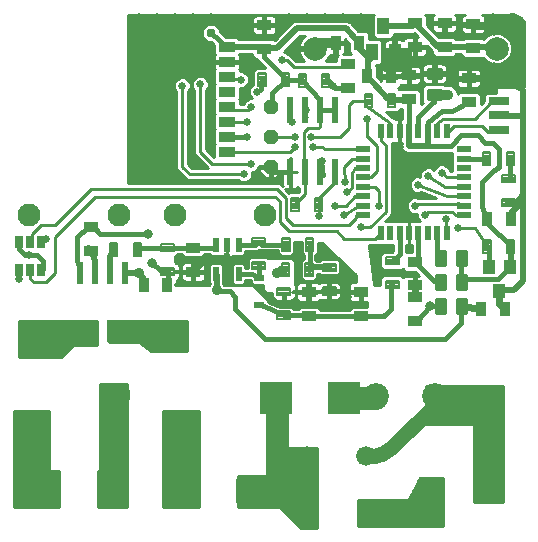
<source format=gbl>
G75*
G70*
%OFA0B0*%
%FSLAX24Y24*%
%IPPOS*%
%LPD*%
%AMOC8*
5,1,8,0,0,1.08239X$1,22.5*
%
%ADD10R,0.0400X0.0450*%
%ADD11R,0.0220X0.0780*%
%ADD12C,0.0079*%
%ADD13R,0.0512X0.0355*%
%ADD14R,0.0355X0.0512*%
%ADD15C,0.0787*%
%ADD16C,0.0860*%
%ADD17R,0.0220X0.0500*%
%ADD18R,0.0669X0.0276*%
%ADD19R,0.0394X0.0551*%
%ADD20R,0.0210X0.0500*%
%ADD21R,0.0500X0.0210*%
%ADD22R,0.0551X0.0354*%
%ADD23C,0.0660*%
%ADD24C,0.0700*%
%ADD25R,0.0327X0.0248*%
%ADD26R,0.0276X0.0394*%
%ADD27C,0.0768*%
%ADD28C,0.0100*%
%ADD29OC8,0.0480*%
%ADD30R,0.0800X0.0800*%
%ADD31C,0.0800*%
%ADD32R,0.0236X0.0866*%
%ADD33R,0.1102X0.1102*%
%ADD34C,0.0160*%
%ADD35C,0.0200*%
%ADD36C,0.0310*%
%ADD37C,0.0250*%
%ADD38C,0.0240*%
%ADD39C,0.0320*%
%ADD40C,0.0120*%
%ADD41C,0.0760*%
%ADD42C,0.0500*%
%ADD43C,0.0356*%
%ADD44C,0.0317*%
D10*
X020530Y009336D03*
X021230Y009336D03*
X020880Y008536D03*
D11*
X008410Y009146D03*
X007910Y009146D03*
X007410Y009146D03*
X006910Y009146D03*
X006910Y007206D03*
X007410Y007206D03*
X007910Y007206D03*
X008410Y007206D03*
D12*
X010037Y009064D02*
X010037Y009300D01*
X010037Y009064D02*
X009603Y009064D01*
X009603Y009300D01*
X010037Y009300D01*
X010037Y009142D02*
X009603Y009142D01*
X009603Y009220D02*
X010037Y009220D01*
X010037Y009298D02*
X009603Y009298D01*
X010037Y009851D02*
X010037Y010087D01*
X010037Y009851D02*
X009603Y009851D01*
X009603Y010087D01*
X010037Y010087D01*
X010037Y009929D02*
X009603Y009929D01*
X009603Y010007D02*
X010037Y010007D01*
X010037Y010085D02*
X009603Y010085D01*
X008921Y009689D02*
X008685Y009689D01*
X008685Y010123D01*
X008921Y010123D01*
X008921Y009689D01*
X008921Y009767D02*
X008685Y009767D01*
X008685Y009845D02*
X008921Y009845D01*
X008921Y009923D02*
X008685Y009923D01*
X008685Y010001D02*
X008921Y010001D01*
X008921Y010079D02*
X008685Y010079D01*
X008134Y009689D02*
X007898Y009689D01*
X007898Y010123D01*
X008134Y010123D01*
X008134Y009689D01*
X008134Y009767D02*
X007898Y009767D01*
X007898Y009845D02*
X008134Y009845D01*
X008134Y009923D02*
X007898Y009923D01*
X007898Y010001D02*
X008134Y010001D01*
X008134Y010079D02*
X007898Y010079D01*
X012643Y010051D02*
X012643Y010287D01*
X013077Y010287D01*
X013077Y010051D01*
X012643Y010051D01*
X012643Y010129D02*
X013077Y010129D01*
X013077Y010207D02*
X012643Y010207D01*
X012643Y010285D02*
X013077Y010285D01*
X013648Y009859D02*
X013884Y009859D01*
X013648Y009859D02*
X013648Y010293D01*
X013884Y010293D01*
X013884Y009859D01*
X013884Y009937D02*
X013648Y009937D01*
X013648Y010015D02*
X013884Y010015D01*
X013884Y010093D02*
X013648Y010093D01*
X013648Y010171D02*
X013884Y010171D01*
X013884Y010249D02*
X013648Y010249D01*
X014435Y009859D02*
X014671Y009859D01*
X014435Y009859D02*
X014435Y010293D01*
X014671Y010293D01*
X014671Y009859D01*
X014671Y009937D02*
X014435Y009937D01*
X014435Y010015D02*
X014671Y010015D01*
X014671Y010093D02*
X014435Y010093D01*
X014435Y010171D02*
X014671Y010171D01*
X014671Y010249D02*
X014435Y010249D01*
X014415Y009463D02*
X014651Y009463D01*
X014651Y009029D01*
X014415Y009029D01*
X014415Y009463D01*
X014415Y009107D02*
X014651Y009107D01*
X014651Y009185D02*
X014415Y009185D01*
X014415Y009263D02*
X014651Y009263D01*
X014651Y009341D02*
X014415Y009341D01*
X014415Y009419D02*
X014651Y009419D01*
X015427Y009437D02*
X015427Y009201D01*
X014993Y009201D01*
X014993Y009437D01*
X015427Y009437D01*
X015427Y009279D02*
X014993Y009279D01*
X014993Y009357D02*
X015427Y009357D01*
X015427Y009435D02*
X014993Y009435D01*
X015427Y008650D02*
X015427Y008414D01*
X014993Y008414D01*
X014993Y008650D01*
X015427Y008650D01*
X015427Y008492D02*
X014993Y008492D01*
X014993Y008570D02*
X015427Y008570D01*
X015427Y008648D02*
X014993Y008648D01*
X013473Y008637D02*
X013473Y008401D01*
X013473Y008637D02*
X013907Y008637D01*
X013907Y008401D01*
X013473Y008401D01*
X013473Y008479D02*
X013907Y008479D01*
X013907Y008557D02*
X013473Y008557D01*
X013473Y008635D02*
X013907Y008635D01*
X013864Y009463D02*
X013628Y009463D01*
X013864Y009463D02*
X013864Y009029D01*
X013628Y009029D01*
X013628Y009463D01*
X013628Y009107D02*
X013864Y009107D01*
X013864Y009185D02*
X013628Y009185D01*
X013628Y009263D02*
X013864Y009263D01*
X013864Y009341D02*
X013628Y009341D01*
X013628Y009419D02*
X013864Y009419D01*
X012643Y009500D02*
X012643Y009264D01*
X012643Y009500D02*
X013077Y009500D01*
X013077Y009264D01*
X012643Y009264D01*
X012643Y009342D02*
X013077Y009342D01*
X013077Y009420D02*
X012643Y009420D01*
X012643Y009498D02*
X013077Y009498D01*
X013473Y007850D02*
X013473Y007614D01*
X013473Y007850D02*
X013907Y007850D01*
X013907Y007614D01*
X013473Y007614D01*
X013473Y007692D02*
X013907Y007692D01*
X013907Y007770D02*
X013473Y007770D01*
X013473Y007848D02*
X013907Y007848D01*
X017093Y008634D02*
X017093Y008870D01*
X017527Y008870D01*
X017527Y008634D01*
X017093Y008634D01*
X017093Y008712D02*
X017527Y008712D01*
X017527Y008790D02*
X017093Y008790D01*
X017093Y008868D02*
X017527Y008868D01*
X017093Y009421D02*
X017093Y009657D01*
X017527Y009657D01*
X017527Y009421D01*
X017093Y009421D01*
X017093Y009499D02*
X017527Y009499D01*
X017527Y009577D02*
X017093Y009577D01*
X017093Y009655D02*
X017527Y009655D01*
X014971Y011643D02*
X014735Y011643D01*
X014971Y011643D02*
X014971Y011209D01*
X014735Y011209D01*
X014735Y011643D01*
X014735Y011287D02*
X014971Y011287D01*
X014971Y011365D02*
X014735Y011365D01*
X014735Y011443D02*
X014971Y011443D01*
X014971Y011521D02*
X014735Y011521D01*
X014735Y011599D02*
X014971Y011599D01*
X014184Y011643D02*
X013948Y011643D01*
X014184Y011643D02*
X014184Y011209D01*
X013948Y011209D01*
X013948Y011643D01*
X013948Y011287D02*
X014184Y011287D01*
X014184Y011365D02*
X013948Y011365D01*
X013948Y011443D02*
X014184Y011443D01*
X014184Y011521D02*
X013948Y011521D01*
X013948Y011599D02*
X014184Y011599D01*
X016388Y015113D02*
X016624Y015113D01*
X016624Y014679D01*
X016388Y014679D01*
X016388Y015113D01*
X016388Y014757D02*
X016624Y014757D01*
X016624Y014835D02*
X016388Y014835D01*
X016388Y014913D02*
X016624Y014913D01*
X016624Y014991D02*
X016388Y014991D01*
X016388Y015069D02*
X016624Y015069D01*
X017175Y015113D02*
X017411Y015113D01*
X017411Y014679D01*
X017175Y014679D01*
X017175Y015113D01*
X017175Y014757D02*
X017411Y014757D01*
X017411Y014835D02*
X017175Y014835D01*
X017175Y014913D02*
X017411Y014913D01*
X017411Y014991D02*
X017175Y014991D01*
X017175Y015069D02*
X017411Y015069D01*
X015211Y015339D02*
X014975Y015339D01*
X014975Y015773D01*
X015211Y015773D01*
X015211Y015339D01*
X015211Y015417D02*
X014975Y015417D01*
X014975Y015495D02*
X015211Y015495D01*
X015211Y015573D02*
X014975Y015573D01*
X014975Y015651D02*
X015211Y015651D01*
X015211Y015729D02*
X014975Y015729D01*
X014424Y015339D02*
X014188Y015339D01*
X014188Y015773D01*
X014424Y015773D01*
X014424Y015339D01*
X014424Y015417D02*
X014188Y015417D01*
X014188Y015495D02*
X014424Y015495D01*
X014424Y015573D02*
X014188Y015573D01*
X014188Y015651D02*
X014424Y015651D01*
X014424Y015729D02*
X014188Y015729D01*
X013871Y015359D02*
X013635Y015359D01*
X013635Y015793D01*
X013871Y015793D01*
X013871Y015359D01*
X013871Y015437D02*
X013635Y015437D01*
X013635Y015515D02*
X013871Y015515D01*
X013871Y015593D02*
X013635Y015593D01*
X013635Y015671D02*
X013871Y015671D01*
X013871Y015749D02*
X013635Y015749D01*
X013084Y015359D02*
X012848Y015359D01*
X012848Y015793D01*
X013084Y015793D01*
X013084Y015359D01*
X013084Y015437D02*
X012848Y015437D01*
X012848Y015515D02*
X013084Y015515D01*
X013084Y015593D02*
X012848Y015593D01*
X012848Y015671D02*
X013084Y015671D01*
X013084Y015749D02*
X012848Y015749D01*
X020338Y012729D02*
X020574Y012729D01*
X020338Y012729D02*
X020338Y013163D01*
X020574Y013163D01*
X020574Y012729D01*
X020574Y012807D02*
X020338Y012807D01*
X020338Y012885D02*
X020574Y012885D01*
X020574Y012963D02*
X020338Y012963D01*
X020338Y013041D02*
X020574Y013041D01*
X020574Y013119D02*
X020338Y013119D01*
X021125Y012729D02*
X021361Y012729D01*
X021125Y012729D02*
X021125Y013163D01*
X021361Y013163D01*
X021361Y012729D01*
X021361Y012807D02*
X021125Y012807D01*
X021125Y012885D02*
X021361Y012885D01*
X021361Y012963D02*
X021125Y012963D01*
X021125Y013041D02*
X021361Y013041D01*
X021361Y013119D02*
X021125Y013119D01*
X021397Y012387D02*
X021397Y012151D01*
X020963Y012151D01*
X020963Y012387D01*
X021397Y012387D01*
X021397Y012229D02*
X020963Y012229D01*
X020963Y012307D02*
X021397Y012307D01*
X021397Y012385D02*
X020963Y012385D01*
X021397Y011600D02*
X021397Y011364D01*
X020963Y011364D01*
X020963Y011600D01*
X021397Y011600D01*
X021397Y011442D02*
X020963Y011442D01*
X020963Y011520D02*
X021397Y011520D01*
X021397Y011598D02*
X020963Y011598D01*
X021135Y009809D02*
X021371Y009809D01*
X021135Y009809D02*
X021135Y010243D01*
X021371Y010243D01*
X021371Y009809D01*
X021371Y009887D02*
X021135Y009887D01*
X021135Y009965D02*
X021371Y009965D01*
X021371Y010043D02*
X021135Y010043D01*
X021135Y010121D02*
X021371Y010121D01*
X021371Y010199D02*
X021135Y010199D01*
X020584Y009809D02*
X020348Y009809D01*
X020348Y010243D01*
X020584Y010243D01*
X020584Y009809D01*
X020584Y009887D02*
X020348Y009887D01*
X020348Y009965D02*
X020584Y009965D01*
X020584Y010043D02*
X020348Y010043D01*
X020348Y010121D02*
X020584Y010121D01*
X020584Y010199D02*
X020348Y010199D01*
D13*
X018060Y009508D03*
X018060Y008720D03*
X018060Y008319D03*
X018060Y007532D03*
X016260Y007712D03*
X016260Y008499D03*
X014520Y008499D03*
X014520Y007712D03*
X010670Y009172D03*
X010670Y009959D03*
X007260Y009882D03*
X007260Y010669D03*
X013040Y016602D03*
X013040Y017389D03*
X015830Y016089D03*
X015830Y015302D03*
X017860Y014932D03*
X017860Y015719D03*
X018060Y016662D03*
X018060Y017449D03*
X019050Y017459D03*
X019050Y016672D03*
X020010Y016632D03*
X020010Y017419D03*
X019860Y015619D03*
X019860Y014832D03*
D14*
X017263Y015686D03*
X016476Y015686D03*
X016203Y016806D03*
X015416Y016806D03*
X020466Y010926D03*
X021253Y010926D03*
X021053Y007926D03*
X020266Y007926D03*
X009803Y008726D03*
X009016Y008726D03*
D15*
X014728Y016613D03*
X020791Y016613D03*
D16*
X018744Y005038D03*
X016775Y005038D03*
D17*
X012190Y009096D03*
X011430Y009096D03*
X011430Y010056D03*
X011810Y010056D03*
X012190Y010056D03*
D18*
X020851Y013914D03*
X020851Y014387D03*
X020851Y014859D03*
D19*
X017384Y016493D03*
X016635Y016493D03*
X017010Y017359D03*
D20*
X016922Y013851D03*
X017237Y013851D03*
X017552Y013851D03*
X017867Y013851D03*
X018182Y013851D03*
X018497Y013851D03*
X018812Y013851D03*
X019127Y013851D03*
X019127Y010471D03*
X018812Y010471D03*
X018497Y010471D03*
X018182Y010471D03*
X017867Y010471D03*
X017552Y010471D03*
X017237Y010471D03*
X016922Y010471D03*
D21*
X016334Y011059D03*
X016334Y011374D03*
X016334Y011689D03*
X016334Y012003D03*
X016334Y012318D03*
X016334Y012633D03*
X016334Y012948D03*
X016334Y013263D03*
X019714Y013263D03*
X019714Y012948D03*
X019714Y012633D03*
X019714Y012318D03*
X019714Y012003D03*
X019714Y011689D03*
X019714Y011374D03*
X019714Y011059D03*
D22*
X011799Y013175D03*
X011799Y013675D03*
X011799Y014175D03*
X011799Y014675D03*
X011799Y015175D03*
X011799Y015675D03*
X011799Y016175D03*
X011799Y016675D03*
D23*
X014475Y003026D03*
X016444Y003026D03*
D24*
X016480Y001076D03*
X014480Y001076D03*
D25*
X012860Y008073D03*
X012860Y008978D03*
D26*
X005604Y009223D03*
X005230Y009223D03*
X004855Y009223D03*
X004855Y010168D03*
X005230Y010168D03*
X005604Y010168D03*
D27*
X005200Y011076D03*
X008200Y011076D03*
X010050Y011076D03*
X013050Y011076D03*
X010050Y007076D03*
X008200Y005076D03*
X010050Y004076D03*
X005200Y004076D03*
X005200Y007076D03*
D28*
X004710Y004526D02*
X004710Y001326D01*
X006210Y001326D01*
X006210Y002526D01*
X005860Y002526D01*
X005860Y004526D01*
X004710Y004526D01*
X004710Y004460D02*
X005860Y004460D01*
X005860Y004361D02*
X004710Y004361D01*
X004710Y004263D02*
X005860Y004263D01*
X005860Y004164D02*
X004710Y004164D01*
X004710Y004066D02*
X005860Y004066D01*
X005860Y003967D02*
X004710Y003967D01*
X004710Y003869D02*
X005860Y003869D01*
X005860Y003770D02*
X004710Y003770D01*
X004710Y003672D02*
X005860Y003672D01*
X005860Y003573D02*
X004710Y003573D01*
X004710Y003475D02*
X005860Y003475D01*
X005860Y003376D02*
X004710Y003376D01*
X004710Y003278D02*
X005860Y003278D01*
X005860Y003179D02*
X004710Y003179D01*
X004710Y003081D02*
X005860Y003081D01*
X005860Y002982D02*
X004710Y002982D01*
X004710Y002884D02*
X005860Y002884D01*
X005860Y002785D02*
X004710Y002785D01*
X004710Y002687D02*
X005860Y002687D01*
X005860Y002588D02*
X004710Y002588D01*
X004710Y002490D02*
X006210Y002490D01*
X006210Y002391D02*
X004710Y002391D01*
X004710Y002293D02*
X006210Y002293D01*
X006210Y002194D02*
X004710Y002194D01*
X004710Y002096D02*
X006210Y002096D01*
X006210Y001997D02*
X004710Y001997D01*
X004710Y001899D02*
X006210Y001899D01*
X006210Y001800D02*
X004710Y001800D01*
X004710Y001702D02*
X006210Y001702D01*
X006210Y001603D02*
X004710Y001603D01*
X004710Y001505D02*
X006210Y001505D01*
X006210Y001406D02*
X004710Y001406D01*
X007510Y001406D02*
X008460Y001406D01*
X008460Y001326D02*
X008460Y005426D01*
X007560Y005426D01*
X007560Y002526D01*
X007510Y002526D01*
X007510Y001326D01*
X008460Y001326D01*
X008460Y001505D02*
X007510Y001505D01*
X007510Y001603D02*
X008460Y001603D01*
X008460Y001702D02*
X007510Y001702D01*
X007510Y001800D02*
X008460Y001800D01*
X008460Y001899D02*
X007510Y001899D01*
X007510Y001997D02*
X008460Y001997D01*
X008460Y002096D02*
X007510Y002096D01*
X007510Y002194D02*
X008460Y002194D01*
X008460Y002293D02*
X007510Y002293D01*
X007510Y002391D02*
X008460Y002391D01*
X008460Y002490D02*
X007510Y002490D01*
X007560Y002588D02*
X008460Y002588D01*
X008460Y002687D02*
X007560Y002687D01*
X007560Y002785D02*
X008460Y002785D01*
X008460Y002884D02*
X007560Y002884D01*
X007560Y002982D02*
X008460Y002982D01*
X008460Y003081D02*
X007560Y003081D01*
X007560Y003179D02*
X008460Y003179D01*
X008460Y003278D02*
X007560Y003278D01*
X007560Y003376D02*
X008460Y003376D01*
X008460Y003475D02*
X007560Y003475D01*
X007560Y003573D02*
X008460Y003573D01*
X008460Y003672D02*
X007560Y003672D01*
X007560Y003770D02*
X008460Y003770D01*
X008460Y003869D02*
X007560Y003869D01*
X007560Y003967D02*
X008460Y003967D01*
X008460Y004066D02*
X007560Y004066D01*
X007560Y004164D02*
X008460Y004164D01*
X008460Y004263D02*
X007560Y004263D01*
X007560Y004361D02*
X008460Y004361D01*
X008460Y004460D02*
X007560Y004460D01*
X007560Y004558D02*
X008460Y004558D01*
X008460Y004657D02*
X007560Y004657D01*
X007560Y004755D02*
X008460Y004755D01*
X008460Y004854D02*
X007560Y004854D01*
X007560Y004952D02*
X008460Y004952D01*
X008460Y005051D02*
X007560Y005051D01*
X007560Y005149D02*
X008460Y005149D01*
X008460Y005248D02*
X007560Y005248D01*
X007560Y005346D02*
X008460Y005346D01*
X009660Y004526D02*
X010860Y004526D01*
X010860Y001326D01*
X009660Y001326D01*
X009660Y004526D01*
X009660Y004460D02*
X010860Y004460D01*
X010860Y004361D02*
X009660Y004361D01*
X009660Y004263D02*
X010860Y004263D01*
X010860Y004164D02*
X009660Y004164D01*
X009660Y004066D02*
X010860Y004066D01*
X010860Y003967D02*
X009660Y003967D01*
X009660Y003869D02*
X010860Y003869D01*
X010860Y003770D02*
X009660Y003770D01*
X009660Y003672D02*
X010860Y003672D01*
X010860Y003573D02*
X009660Y003573D01*
X009660Y003475D02*
X010860Y003475D01*
X010860Y003376D02*
X009660Y003376D01*
X009660Y003278D02*
X010860Y003278D01*
X010860Y003179D02*
X009660Y003179D01*
X009660Y003081D02*
X010860Y003081D01*
X010860Y002982D02*
X009660Y002982D01*
X009660Y002884D02*
X010860Y002884D01*
X010860Y002785D02*
X009660Y002785D01*
X009660Y002687D02*
X010860Y002687D01*
X010860Y002588D02*
X009660Y002588D01*
X009660Y002490D02*
X010860Y002490D01*
X010860Y002391D02*
X009660Y002391D01*
X009660Y002293D02*
X010860Y002293D01*
X010860Y002194D02*
X009660Y002194D01*
X009660Y002096D02*
X010860Y002096D01*
X010860Y001997D02*
X009660Y001997D01*
X009660Y001899D02*
X010860Y001899D01*
X010860Y001800D02*
X009660Y001800D01*
X009660Y001702D02*
X010860Y001702D01*
X010860Y001603D02*
X009660Y001603D01*
X009660Y001505D02*
X010860Y001505D01*
X010860Y001406D02*
X009660Y001406D01*
X006260Y006326D02*
X004860Y006326D01*
X004860Y007526D01*
X007460Y007526D01*
X007460Y006726D01*
X006660Y006726D01*
X006260Y006326D01*
X006265Y006331D02*
X004860Y006331D01*
X004860Y006430D02*
X006364Y006430D01*
X006462Y006528D02*
X004860Y006528D01*
X004860Y006627D02*
X006561Y006627D01*
X006659Y006725D02*
X004860Y006725D01*
X004860Y006824D02*
X007460Y006824D01*
X007460Y006922D02*
X004860Y006922D01*
X004860Y007021D02*
X007460Y007021D01*
X007460Y007119D02*
X004860Y007119D01*
X004860Y007218D02*
X007460Y007218D01*
X007460Y007316D02*
X004860Y007316D01*
X004860Y007415D02*
X007460Y007415D01*
X007460Y007513D02*
X004860Y007513D01*
X005350Y008826D02*
X005230Y008946D01*
X005230Y009223D01*
X004855Y009223D02*
X004855Y008930D01*
X004860Y008926D01*
X005350Y008826D02*
X005760Y008826D01*
X006060Y009126D01*
X006060Y010326D01*
X007410Y011676D01*
X013410Y011676D01*
X013560Y011526D01*
X013560Y010826D01*
X013860Y010526D01*
X015460Y010526D01*
X015710Y010276D01*
X016726Y010276D01*
X016922Y010471D01*
X016560Y010676D02*
X016260Y010676D01*
X016560Y010676D02*
X017110Y011176D01*
X017110Y013376D01*
X016922Y013563D01*
X016922Y013851D01*
X016513Y013672D02*
X016463Y013672D01*
X016460Y014276D01*
X016456Y013672D01*
X016513Y013672D02*
X016810Y013376D01*
X016810Y012526D01*
X016610Y012326D01*
X016341Y012326D01*
X016334Y012318D01*
X016334Y012633D02*
X016067Y012633D01*
X015960Y012476D01*
X015960Y011976D01*
X015810Y011826D01*
X016072Y011689D02*
X015760Y011376D01*
X015410Y011376D01*
X015710Y011076D02*
X016162Y011374D01*
X016334Y011374D01*
X016317Y011076D02*
X016110Y011076D01*
X016110Y010976D01*
X015860Y010726D01*
X014010Y010726D01*
X013760Y010976D01*
X013760Y011626D01*
X013460Y011926D01*
X007260Y011926D01*
X006060Y010726D01*
X005610Y010726D01*
X005310Y010426D01*
X005310Y010248D01*
X005230Y010168D01*
X005604Y010168D02*
X005652Y010168D01*
X005760Y010276D01*
X008510Y012126D02*
X008510Y017746D01*
X016712Y017746D01*
X016663Y017696D01*
X016663Y017021D01*
X016751Y016933D01*
X017268Y016933D01*
X017356Y017021D01*
X017356Y017109D01*
X018019Y017109D01*
X018038Y017117D01*
X018166Y016989D01*
X018098Y016989D01*
X018098Y016701D01*
X018021Y016701D01*
X018021Y016989D01*
X017784Y016989D01*
X017746Y016979D01*
X017712Y016959D01*
X017684Y016931D01*
X017664Y016897D01*
X017663Y016894D01*
X017638Y016908D01*
X017600Y016918D01*
X017432Y016918D01*
X017432Y016541D01*
X017335Y016541D01*
X017335Y016444D01*
X017037Y016444D01*
X017037Y016197D01*
X017047Y016159D01*
X017067Y016125D01*
X017095Y016097D01*
X017104Y016091D01*
X017066Y016091D01*
X017028Y016081D01*
X016994Y016062D01*
X016966Y016034D01*
X016946Y015999D01*
X016936Y015961D01*
X016936Y015724D01*
X017224Y015724D01*
X017224Y015647D01*
X016936Y015647D01*
X016936Y015546D01*
X016803Y015694D01*
X016803Y016004D01*
X016760Y016047D01*
X016760Y016067D01*
X016894Y016067D01*
X016982Y016155D01*
X016982Y016830D01*
X016894Y016918D01*
X016531Y016918D01*
X016531Y017124D01*
X016443Y017211D01*
X016160Y017211D01*
X015978Y017419D01*
X015975Y017427D01*
X015946Y017456D01*
X015919Y017488D01*
X015911Y017491D01*
X015905Y017498D01*
X015867Y017513D01*
X015829Y017532D01*
X015821Y017532D01*
X015813Y017536D01*
X015772Y017536D01*
X015730Y017538D01*
X015722Y017536D01*
X014070Y017536D01*
X013978Y017498D01*
X013384Y016903D01*
X013358Y016929D01*
X012721Y016929D01*
X012717Y016925D01*
X012214Y016925D01*
X012137Y017003D01*
X011766Y017003D01*
X011565Y017171D01*
X011565Y017186D01*
X011518Y017298D01*
X011432Y017384D01*
X011320Y017431D01*
X011199Y017431D01*
X011087Y017384D01*
X011001Y017298D01*
X010955Y017186D01*
X010955Y017065D01*
X011001Y016953D01*
X011087Y016867D01*
X011199Y016821D01*
X011266Y016821D01*
X011373Y016731D01*
X011373Y016436D01*
X011389Y016420D01*
X011384Y016410D01*
X011373Y016372D01*
X011373Y016214D01*
X011760Y016214D01*
X011760Y016137D01*
X011373Y016137D01*
X011373Y015978D01*
X011384Y015940D01*
X011389Y015931D01*
X011373Y015915D01*
X011373Y015436D01*
X011384Y015425D01*
X011373Y015415D01*
X011373Y014936D01*
X011384Y014925D01*
X011373Y014915D01*
X011373Y014436D01*
X011384Y014425D01*
X011373Y014415D01*
X011373Y013936D01*
X011384Y013925D01*
X011373Y013915D01*
X011373Y013436D01*
X011384Y013425D01*
X011373Y013415D01*
X011373Y012994D01*
X011110Y013258D01*
X011110Y015237D01*
X011143Y015270D01*
X011185Y015371D01*
X011185Y015480D01*
X011143Y015581D01*
X011065Y015659D01*
X010964Y015701D01*
X010855Y015701D01*
X010754Y015659D01*
X010676Y015581D01*
X010635Y015480D01*
X010635Y015371D01*
X010676Y015270D01*
X010710Y015237D01*
X010710Y013093D01*
X010827Y012976D01*
X011177Y012626D01*
X010642Y012626D01*
X010510Y012758D01*
X010510Y015187D01*
X010543Y015220D01*
X010585Y015321D01*
X010585Y015430D01*
X010543Y015531D01*
X010465Y015609D01*
X010364Y015651D01*
X010255Y015651D01*
X010154Y015609D01*
X010076Y015531D01*
X010035Y015430D01*
X010035Y015321D01*
X010076Y015220D01*
X010110Y015187D01*
X010110Y012593D01*
X010477Y012226D01*
X012171Y012226D01*
X012204Y012192D01*
X012305Y012151D01*
X012414Y012151D01*
X012515Y012192D01*
X012593Y012270D01*
X012635Y012371D01*
X012635Y012480D01*
X012626Y012501D01*
X012664Y012501D01*
X012765Y012542D01*
X012843Y012620D01*
X012878Y012706D01*
X013230Y012706D01*
X013230Y012646D01*
X013290Y012646D01*
X013290Y012286D01*
X013421Y012286D01*
X013646Y012511D01*
X013900Y012511D01*
X013900Y012493D01*
X013641Y012493D01*
X013641Y012049D01*
X013650Y012018D01*
X013542Y012126D01*
X008510Y012126D01*
X008510Y012143D02*
X013641Y012143D01*
X013641Y012241D02*
X012564Y012241D01*
X012622Y012340D02*
X013044Y012340D01*
X013098Y012286D02*
X013230Y012286D01*
X013230Y012646D01*
X012870Y012646D01*
X012870Y012514D01*
X013098Y012286D01*
X013230Y012340D02*
X013290Y012340D01*
X013290Y012438D02*
X013230Y012438D01*
X013230Y012537D02*
X013290Y012537D01*
X013290Y012635D02*
X013230Y012635D01*
X012945Y012438D02*
X012635Y012438D01*
X012751Y012537D02*
X012870Y012537D01*
X012870Y012635D02*
X012849Y012635D01*
X012610Y012776D02*
X011310Y012776D01*
X010910Y013176D01*
X010910Y015426D01*
X010993Y015689D02*
X011373Y015689D01*
X011373Y015787D02*
X008510Y015787D01*
X008510Y015689D02*
X010826Y015689D01*
X010685Y015590D02*
X010484Y015590D01*
X010559Y015492D02*
X010639Y015492D01*
X010635Y015393D02*
X010585Y015393D01*
X010574Y015295D02*
X010666Y015295D01*
X010710Y015196D02*
X010519Y015196D01*
X010510Y015098D02*
X010710Y015098D01*
X010710Y014999D02*
X010510Y014999D01*
X010510Y014901D02*
X010710Y014901D01*
X010710Y014802D02*
X010510Y014802D01*
X010510Y014704D02*
X010710Y014704D01*
X010710Y014605D02*
X010510Y014605D01*
X010510Y014507D02*
X010710Y014507D01*
X010710Y014408D02*
X010510Y014408D01*
X010510Y014310D02*
X010710Y014310D01*
X010710Y014211D02*
X010510Y014211D01*
X010510Y014113D02*
X010710Y014113D01*
X010710Y014014D02*
X010510Y014014D01*
X010510Y013916D02*
X010710Y013916D01*
X010710Y013817D02*
X010510Y013817D01*
X010510Y013719D02*
X010710Y013719D01*
X010710Y013620D02*
X010510Y013620D01*
X010510Y013522D02*
X010710Y013522D01*
X010710Y013423D02*
X010510Y013423D01*
X010510Y013325D02*
X010710Y013325D01*
X010710Y013226D02*
X010510Y013226D01*
X010510Y013128D02*
X010710Y013128D01*
X010773Y013029D02*
X010510Y013029D01*
X010510Y012931D02*
X010872Y012931D01*
X010970Y012832D02*
X010510Y012832D01*
X010534Y012734D02*
X011069Y012734D01*
X011167Y012635D02*
X010633Y012635D01*
X010560Y012426D02*
X010310Y012676D01*
X010310Y015376D01*
X010060Y015492D02*
X008510Y015492D01*
X008510Y015590D02*
X010135Y015590D01*
X010035Y015393D02*
X008510Y015393D01*
X008510Y015295D02*
X010045Y015295D01*
X010100Y015196D02*
X008510Y015196D01*
X008510Y015098D02*
X010110Y015098D01*
X010110Y014999D02*
X008510Y014999D01*
X008510Y014901D02*
X010110Y014901D01*
X010110Y014802D02*
X008510Y014802D01*
X008510Y014704D02*
X010110Y014704D01*
X010110Y014605D02*
X008510Y014605D01*
X008510Y014507D02*
X010110Y014507D01*
X010110Y014408D02*
X008510Y014408D01*
X008510Y014310D02*
X010110Y014310D01*
X010110Y014211D02*
X008510Y014211D01*
X008510Y014113D02*
X010110Y014113D01*
X010110Y014014D02*
X008510Y014014D01*
X008510Y013916D02*
X010110Y013916D01*
X010110Y013817D02*
X008510Y013817D01*
X008510Y013719D02*
X010110Y013719D01*
X010110Y013620D02*
X008510Y013620D01*
X008510Y013522D02*
X010110Y013522D01*
X010110Y013423D02*
X008510Y013423D01*
X008510Y013325D02*
X010110Y013325D01*
X010110Y013226D02*
X008510Y013226D01*
X008510Y013128D02*
X010110Y013128D01*
X010110Y013029D02*
X008510Y013029D01*
X008510Y012931D02*
X010110Y012931D01*
X010110Y012832D02*
X008510Y012832D01*
X008510Y012734D02*
X010110Y012734D01*
X010110Y012635D02*
X008510Y012635D01*
X008510Y012537D02*
X010166Y012537D01*
X010264Y012438D02*
X008510Y012438D01*
X008510Y012340D02*
X010363Y012340D01*
X010461Y012241D02*
X008510Y012241D01*
X010560Y012426D02*
X012360Y012426D01*
X011799Y013175D02*
X013909Y013175D01*
X014060Y013326D01*
X014060Y013676D02*
X013260Y013676D01*
X013910Y014226D02*
X013960Y014176D01*
X013910Y014226D02*
X013910Y014549D01*
X014410Y014549D02*
X014410Y014376D01*
X014460Y014326D01*
X014433Y014549D02*
X014410Y014549D01*
X014910Y014549D02*
X014910Y014026D01*
X014860Y013976D01*
X014510Y013976D01*
X014360Y013826D01*
X014360Y012926D01*
X014410Y012876D01*
X014410Y012502D01*
X014410Y011873D01*
X014336Y011696D02*
X014066Y011426D01*
X014189Y011831D02*
X013869Y011831D01*
X013853Y011815D01*
X013741Y011927D01*
X013772Y011919D01*
X013900Y011919D01*
X013900Y012493D01*
X013919Y012493D01*
X013919Y012511D01*
X014141Y012511D01*
X014141Y012493D01*
X013919Y012493D01*
X013919Y011919D01*
X014047Y011919D01*
X014086Y011929D01*
X014120Y011949D01*
X014148Y011977D01*
X014156Y011992D01*
X014210Y011939D01*
X014210Y011873D01*
X014209Y011863D01*
X014201Y011845D01*
X014195Y011837D01*
X014189Y011831D01*
X014202Y011847D02*
X013821Y011847D01*
X013900Y011946D02*
X013919Y011946D01*
X013919Y012044D02*
X013900Y012044D01*
X013900Y012143D02*
X013919Y012143D01*
X013919Y012241D02*
X013900Y012241D01*
X013900Y012340D02*
X013919Y012340D01*
X013919Y012438D02*
X013900Y012438D01*
X013900Y012511D02*
X013900Y012975D01*
X013919Y012975D01*
X013919Y012511D01*
X013900Y012511D01*
X013900Y012537D02*
X013919Y012537D01*
X013919Y012635D02*
X013900Y012635D01*
X013900Y012734D02*
X013919Y012734D01*
X013919Y012832D02*
X013900Y012832D01*
X013900Y012931D02*
X013919Y012931D01*
X013641Y012438D02*
X013574Y012438D01*
X013641Y012340D02*
X013475Y012340D01*
X013624Y012044D02*
X013643Y012044D01*
X014114Y011946D02*
X014203Y011946D01*
X014410Y011873D02*
X014408Y011845D01*
X014404Y011817D01*
X014396Y011790D01*
X014385Y011765D01*
X014372Y011740D01*
X014355Y011717D01*
X014337Y011696D01*
X014853Y011619D02*
X014853Y011426D01*
X014860Y011419D01*
X014860Y011026D01*
X014853Y011619D02*
X015410Y012176D01*
X015410Y012502D01*
X015710Y012676D02*
X015720Y012176D01*
X015710Y012676D02*
X015982Y012948D01*
X016334Y012948D01*
X016334Y013263D02*
X015047Y013263D01*
X014985Y013326D01*
X014660Y013326D01*
X014610Y013676D02*
X015560Y013676D01*
X015860Y013976D01*
X015860Y014726D01*
X016003Y014869D01*
X016360Y014869D01*
X016506Y014896D01*
X016410Y014882D01*
X016410Y014726D01*
X017237Y014148D01*
X017237Y013851D01*
X017549Y013853D02*
X017549Y014251D01*
X017427Y014251D01*
X017422Y014250D01*
X017419Y014265D01*
X017366Y014302D01*
X017320Y014348D01*
X017300Y014348D01*
X017097Y014490D01*
X017490Y014490D01*
X017601Y014601D01*
X017601Y014604D01*
X017635Y014604D01*
X017637Y014537D01*
X017637Y014251D01*
X017554Y014251D01*
X017554Y013853D01*
X017549Y013853D01*
X017549Y013848D02*
X017554Y013848D01*
X017554Y013451D01*
X017617Y013451D01*
X017617Y013443D01*
X017610Y013425D01*
X017610Y013326D01*
X017648Y013234D01*
X017718Y013164D01*
X017810Y013126D01*
X018559Y013126D01*
X018608Y013146D01*
X019314Y013146D01*
X019314Y012518D01*
X019235Y012518D01*
X019235Y012530D01*
X019193Y012631D01*
X019115Y012709D01*
X019014Y012751D01*
X018905Y012751D01*
X018804Y012709D01*
X018726Y012631D01*
X018702Y012572D01*
X018665Y012609D01*
X018564Y012651D01*
X018455Y012651D01*
X018354Y012609D01*
X018276Y012531D01*
X018235Y012430D01*
X018235Y012342D01*
X018214Y012351D01*
X018105Y012351D01*
X018004Y012309D01*
X017926Y012231D01*
X017885Y012130D01*
X017885Y012021D01*
X017926Y011920D01*
X018004Y011842D01*
X018105Y011801D01*
X018214Y011801D01*
X018262Y011820D01*
X018764Y011624D01*
X018180Y011624D01*
X018114Y011651D01*
X018005Y011651D01*
X017904Y011609D01*
X017826Y011531D01*
X017785Y011430D01*
X017785Y011321D01*
X017826Y011220D01*
X017904Y011142D01*
X018005Y011101D01*
X018114Y011101D01*
X018135Y011109D01*
X018135Y011021D01*
X018176Y010920D01*
X018225Y010871D01*
X018015Y010871D01*
X018010Y010866D01*
X017991Y010871D01*
X017869Y010871D01*
X017869Y010473D01*
X017864Y010473D01*
X017864Y010871D01*
X017742Y010871D01*
X017724Y010866D01*
X017719Y010871D01*
X017072Y010871D01*
X017187Y010976D01*
X017192Y010976D01*
X017248Y011031D01*
X017305Y011083D01*
X017306Y011089D01*
X017310Y011093D01*
X017310Y011171D01*
X017313Y011249D01*
X017310Y011253D01*
X017310Y013451D01*
X017404Y013451D01*
X017409Y013456D01*
X017427Y013451D01*
X017549Y013451D01*
X017549Y013848D01*
X017549Y013817D02*
X017554Y013817D01*
X017549Y013719D02*
X017554Y013719D01*
X017549Y013620D02*
X017554Y013620D01*
X017549Y013522D02*
X017554Y013522D01*
X017610Y013423D02*
X017310Y013423D01*
X017310Y013325D02*
X017610Y013325D01*
X017655Y013226D02*
X017310Y013226D01*
X017310Y013128D02*
X017805Y013128D01*
X017310Y013029D02*
X019314Y013029D01*
X019314Y012931D02*
X017310Y012931D01*
X017310Y012832D02*
X019314Y012832D01*
X019314Y012734D02*
X019055Y012734D01*
X019189Y012635D02*
X019314Y012635D01*
X019314Y012537D02*
X019232Y012537D01*
X019117Y012318D02*
X018960Y012476D01*
X019117Y012318D02*
X019714Y012318D01*
X019714Y012003D02*
X019082Y012003D01*
X018510Y012376D01*
X018602Y012635D02*
X018730Y012635D01*
X018864Y012734D02*
X017310Y012734D01*
X017310Y012635D02*
X018417Y012635D01*
X018282Y012537D02*
X017310Y012537D01*
X017310Y012438D02*
X018238Y012438D01*
X018078Y012340D02*
X017310Y012340D01*
X017310Y012241D02*
X017936Y012241D01*
X017890Y012143D02*
X017310Y012143D01*
X017310Y012044D02*
X017885Y012044D01*
X017916Y011946D02*
X017310Y011946D01*
X017310Y011847D02*
X017999Y011847D01*
X018004Y011650D02*
X017310Y011650D01*
X017310Y011552D02*
X017847Y011552D01*
X017794Y011453D02*
X017310Y011453D01*
X017310Y011355D02*
X017785Y011355D01*
X017811Y011256D02*
X017310Y011256D01*
X017310Y011158D02*
X017889Y011158D01*
X018135Y011059D02*
X017279Y011059D01*
X017170Y010961D02*
X018159Y010961D01*
X018410Y011076D02*
X018510Y011176D01*
X019310Y011176D01*
X019427Y011059D01*
X019714Y011059D01*
X019507Y011424D02*
X018107Y011424D01*
X018060Y011376D01*
X018410Y011076D02*
X018427Y011059D01*
X019064Y010971D02*
X019110Y010926D01*
X019064Y010971D02*
X019127Y010471D01*
X019510Y010626D02*
X020066Y010626D01*
X020466Y010026D01*
X019760Y009851D02*
X019460Y009851D01*
X019760Y009851D02*
X019760Y009401D01*
X019460Y009401D01*
X019460Y009851D01*
X019460Y009500D02*
X019760Y009500D01*
X019760Y009599D02*
X019460Y009599D01*
X019460Y009698D02*
X019760Y009698D01*
X019760Y009797D02*
X019460Y009797D01*
X019060Y009851D02*
X018760Y009851D01*
X019060Y009851D02*
X019060Y009401D01*
X018760Y009401D01*
X018760Y009851D01*
X018760Y009500D02*
X019060Y009500D01*
X019060Y009599D02*
X018760Y009599D01*
X018760Y009698D02*
X019060Y009698D01*
X019060Y009797D02*
X018760Y009797D01*
X017952Y009835D02*
X017782Y009835D01*
X017782Y010071D01*
X017864Y010071D01*
X017864Y010468D01*
X017869Y010468D01*
X017869Y010071D01*
X017952Y010071D01*
X017952Y009835D01*
X017952Y009877D02*
X017782Y009877D01*
X017782Y009976D02*
X017952Y009976D01*
X017869Y010074D02*
X017864Y010074D01*
X017864Y010173D02*
X017869Y010173D01*
X017864Y010271D02*
X017869Y010271D01*
X017864Y010370D02*
X017869Y010370D01*
X017864Y010468D02*
X017869Y010468D01*
X017864Y010567D02*
X017869Y010567D01*
X017864Y010665D02*
X017869Y010665D01*
X017864Y010764D02*
X017869Y010764D01*
X017864Y010862D02*
X017869Y010862D01*
X018115Y011650D02*
X018697Y011650D01*
X018445Y011749D02*
X017310Y011749D01*
X016860Y011876D02*
X016860Y011376D01*
X016334Y011689D02*
X016072Y011689D01*
X016334Y012003D02*
X016732Y012003D01*
X016860Y011876D01*
X016317Y011076D02*
X016334Y011059D01*
X016517Y010076D02*
X016644Y010076D01*
X016750Y010076D01*
X016755Y010071D01*
X017322Y010071D01*
X017322Y009877D01*
X016546Y009877D01*
X016560Y009779D02*
X016946Y009779D01*
X016904Y009736D02*
X016904Y009343D01*
X017015Y009232D01*
X017604Y009232D01*
X017654Y009281D01*
X017654Y009268D01*
X017741Y009180D01*
X018062Y009180D01*
X018194Y009048D01*
X018098Y009048D01*
X018098Y008759D01*
X018021Y008759D01*
X018021Y009048D01*
X017784Y009048D01*
X017746Y009038D01*
X017712Y009018D01*
X017684Y008990D01*
X017680Y008984D01*
X017604Y009059D01*
X017015Y009059D01*
X016904Y008948D01*
X016904Y008726D01*
X016710Y008726D01*
X016710Y008729D01*
X016710Y008746D01*
X016707Y008749D01*
X016517Y010076D01*
X016517Y010074D02*
X016751Y010074D01*
X016531Y009976D02*
X017322Y009976D01*
X017322Y009877D02*
X017292Y009847D01*
X017015Y009847D01*
X016904Y009736D01*
X016904Y009680D02*
X016574Y009680D01*
X016588Y009582D02*
X016904Y009582D01*
X016904Y009483D02*
X016602Y009483D01*
X016616Y009385D02*
X016904Y009385D01*
X016960Y009286D02*
X016630Y009286D01*
X016644Y009188D02*
X017734Y009188D01*
X017684Y008991D02*
X017673Y008991D01*
X018021Y008991D02*
X018098Y008991D01*
X018098Y008892D02*
X018021Y008892D01*
X018021Y008794D02*
X018098Y008794D01*
X018153Y009089D02*
X016658Y009089D01*
X016672Y008991D02*
X016946Y008991D01*
X016904Y008892D02*
X016686Y008892D01*
X016700Y008794D02*
X016904Y008794D01*
X016298Y008461D02*
X016298Y008172D01*
X016460Y008172D01*
X016460Y007999D01*
X015958Y007999D01*
X015894Y007935D01*
X015894Y007902D01*
X014885Y007902D01*
X014885Y007935D01*
X014821Y007999D01*
X014218Y007999D01*
X014154Y007935D01*
X014154Y007922D01*
X014045Y007922D01*
X013968Y007999D01*
X013558Y007999D01*
X013245Y008140D01*
X012660Y008726D01*
X011709Y008726D01*
X011704Y008739D01*
X011670Y008773D01*
X011670Y009153D01*
X011650Y009173D01*
X011650Y009391D01*
X011585Y009456D01*
X011274Y009456D01*
X011210Y009391D01*
X011210Y008800D01*
X011243Y008767D01*
X011215Y008739D01*
X011210Y008726D01*
X010060Y008726D01*
X010060Y008764D01*
X010131Y008764D01*
X010131Y008900D01*
X010152Y008912D01*
X010188Y008948D01*
X010213Y008991D01*
X010225Y009039D01*
X010225Y009153D01*
X010060Y009153D01*
X010060Y009211D01*
X010225Y009211D01*
X010225Y009325D01*
X010213Y009373D01*
X010188Y009416D01*
X010152Y009452D01*
X010109Y009476D01*
X010061Y009489D01*
X010060Y009489D01*
X010060Y009702D01*
X010098Y009702D01*
X010175Y009779D01*
X010304Y009779D01*
X010304Y009736D01*
X010368Y009672D01*
X010971Y009672D01*
X011035Y009736D01*
X011035Y009769D01*
X011210Y009769D01*
X011210Y009760D01*
X011274Y009696D01*
X011585Y009696D01*
X011591Y009702D01*
X011607Y009686D01*
X011642Y009666D01*
X011680Y009656D01*
X011805Y009656D01*
X011805Y010051D01*
X011815Y010051D01*
X011815Y009656D01*
X011939Y009656D01*
X011977Y009666D01*
X012012Y009686D01*
X012028Y009702D01*
X012034Y009696D01*
X012345Y009696D01*
X012410Y009760D01*
X012410Y009866D01*
X012825Y009866D01*
X012860Y009901D01*
X012875Y009886D01*
X013498Y009886D01*
X013498Y009797D01*
X013586Y009710D01*
X013946Y009710D01*
X014033Y009797D01*
X014033Y010173D01*
X014286Y010160D01*
X014286Y009797D01*
X014363Y009720D01*
X014363Y009611D01*
X014353Y009611D01*
X014266Y009524D01*
X014266Y008967D01*
X014353Y008880D01*
X014713Y008880D01*
X014801Y008967D01*
X014801Y009106D01*
X014877Y009106D01*
X014931Y009052D01*
X015488Y009052D01*
X015575Y009139D01*
X015575Y009499D01*
X015488Y009587D01*
X014931Y009587D01*
X014870Y009526D01*
X014799Y009526D01*
X014743Y009581D01*
X014743Y009720D01*
X014821Y009797D01*
X014821Y010133D01*
X014960Y010126D01*
X016110Y009052D01*
X016110Y008827D01*
X015984Y008827D01*
X015946Y008817D01*
X015912Y008797D01*
X015884Y008769D01*
X015864Y008735D01*
X015854Y008697D01*
X015854Y008538D01*
X016221Y008538D01*
X016221Y008461D01*
X015854Y008461D01*
X015854Y008302D01*
X015864Y008264D01*
X015884Y008230D01*
X015912Y008202D01*
X015946Y008182D01*
X015984Y008172D01*
X016221Y008172D01*
X016221Y008461D01*
X016298Y008461D01*
X016298Y008400D02*
X016221Y008400D01*
X016221Y008498D02*
X015615Y008498D01*
X015615Y008503D02*
X015238Y008503D01*
X015238Y008224D01*
X015451Y008224D01*
X015499Y008237D01*
X015542Y008262D01*
X015578Y008298D01*
X015603Y008341D01*
X015615Y008389D01*
X015615Y008503D01*
X015615Y008561D02*
X015238Y008561D01*
X015181Y008561D01*
X015181Y008839D01*
X014968Y008839D01*
X014920Y008826D01*
X014877Y008802D01*
X014870Y008795D01*
X014868Y008797D01*
X014833Y008817D01*
X014795Y008827D01*
X014558Y008827D01*
X014558Y008538D01*
X014481Y008538D01*
X014481Y008827D01*
X014244Y008827D01*
X014206Y008817D01*
X014172Y008797D01*
X014144Y008769D01*
X014124Y008735D01*
X014114Y008697D01*
X014114Y008538D01*
X014481Y008538D01*
X014481Y008461D01*
X014114Y008461D01*
X014114Y008302D01*
X014124Y008264D01*
X014144Y008230D01*
X014172Y008202D01*
X014206Y008182D01*
X014244Y008172D01*
X014481Y008172D01*
X014481Y008461D01*
X014558Y008461D01*
X014558Y008538D01*
X014925Y008538D01*
X014925Y008561D01*
X015181Y008561D01*
X015181Y008503D01*
X015238Y008503D01*
X015238Y008561D01*
X015238Y008839D01*
X015451Y008839D01*
X015499Y008826D01*
X015542Y008802D01*
X015578Y008766D01*
X015603Y008723D01*
X015615Y008675D01*
X015615Y008561D01*
X015615Y008597D02*
X015854Y008597D01*
X015854Y008695D02*
X015610Y008695D01*
X015550Y008794D02*
X015908Y008794D01*
X016110Y008892D02*
X014726Y008892D01*
X014801Y008991D02*
X016110Y008991D01*
X016070Y009089D02*
X015525Y009089D01*
X015575Y009188D02*
X015964Y009188D01*
X015859Y009286D02*
X015575Y009286D01*
X015575Y009385D02*
X015753Y009385D01*
X015648Y009483D02*
X015575Y009483D01*
X015542Y009582D02*
X015493Y009582D01*
X015437Y009680D02*
X014743Y009680D01*
X014743Y009582D02*
X014926Y009582D01*
X014802Y009779D02*
X015331Y009779D01*
X015226Y009877D02*
X014821Y009877D01*
X014821Y009976D02*
X015120Y009976D01*
X015015Y010074D02*
X014821Y010074D01*
X014286Y010074D02*
X014033Y010074D01*
X014033Y009976D02*
X014286Y009976D01*
X014286Y009877D02*
X014033Y009877D01*
X014015Y009779D02*
X014304Y009779D01*
X014363Y009680D02*
X012002Y009680D01*
X011815Y009680D02*
X011805Y009680D01*
X011805Y009779D02*
X011815Y009779D01*
X011805Y009877D02*
X011815Y009877D01*
X011805Y009976D02*
X011815Y009976D01*
X011617Y009680D02*
X010979Y009680D01*
X010945Y009499D02*
X010708Y009499D01*
X010708Y009211D01*
X010631Y009211D01*
X010631Y009499D01*
X010394Y009499D01*
X010356Y009489D01*
X010322Y009469D01*
X010294Y009441D01*
X010274Y009407D01*
X010264Y009369D01*
X010264Y009211D01*
X010631Y009211D01*
X010631Y009133D01*
X010708Y009133D01*
X010708Y008844D01*
X010945Y008844D01*
X010983Y008855D01*
X011018Y008874D01*
X011045Y008902D01*
X011065Y008937D01*
X011075Y008975D01*
X011075Y009133D01*
X010708Y009133D01*
X010708Y009211D01*
X011075Y009211D01*
X011075Y009369D01*
X011065Y009407D01*
X011045Y009441D01*
X011018Y009469D01*
X010983Y009489D01*
X010945Y009499D01*
X010994Y009483D02*
X012494Y009483D01*
X012494Y009562D02*
X012494Y009286D01*
X012410Y009286D01*
X012410Y009391D01*
X012345Y009456D01*
X012034Y009456D01*
X011970Y009391D01*
X011970Y008800D01*
X012034Y008736D01*
X012345Y008736D01*
X012410Y008800D01*
X012410Y008906D01*
X012586Y008906D01*
X012586Y008809D01*
X012651Y008744D01*
X013010Y008744D01*
X013010Y008643D01*
X013007Y008640D01*
X013010Y008622D01*
X013010Y008605D01*
X013011Y008604D01*
X013009Y008600D01*
X013014Y008587D01*
X013016Y008573D01*
X013022Y008568D01*
X013021Y008562D01*
X013029Y008550D01*
X013035Y008537D01*
X013041Y008535D01*
X013042Y008528D01*
X013053Y008519D01*
X013062Y008508D01*
X013069Y008507D01*
X013071Y008501D01*
X013084Y008495D01*
X013096Y008487D01*
X013102Y008488D01*
X013107Y008482D01*
X013121Y008480D01*
X013134Y008475D01*
X013138Y008477D01*
X013139Y008476D01*
X013156Y008476D01*
X013174Y008473D01*
X013176Y008476D01*
X013284Y008476D01*
X013284Y008376D01*
X013297Y008328D01*
X013321Y008285D01*
X013357Y008250D01*
X013400Y008225D01*
X013448Y008212D01*
X013661Y008212D01*
X013661Y008476D01*
X013718Y008476D01*
X013718Y008212D01*
X013931Y008212D01*
X013979Y008225D01*
X014022Y008250D01*
X014058Y008285D01*
X014083Y008328D01*
X014095Y008376D01*
X014095Y008491D01*
X013979Y008491D01*
X013985Y008495D01*
X013998Y008501D01*
X014000Y008507D01*
X014007Y008508D01*
X014016Y008519D01*
X014027Y008528D01*
X014028Y008535D01*
X014034Y008537D01*
X014039Y008548D01*
X014095Y008548D01*
X014095Y008662D01*
X014083Y008710D01*
X014060Y008750D01*
X014060Y009459D01*
X014062Y009462D01*
X014060Y009479D01*
X014060Y009496D01*
X014059Y009497D01*
X014060Y009501D01*
X014055Y009515D01*
X014053Y009529D01*
X014047Y009533D01*
X014048Y009540D01*
X014040Y009551D01*
X014034Y009564D01*
X014028Y009567D01*
X014027Y009573D01*
X014016Y009582D01*
X014007Y009593D01*
X014000Y009594D01*
X013998Y009600D01*
X013985Y009606D01*
X013974Y009614D01*
X013967Y009614D01*
X013962Y009619D01*
X013948Y009621D01*
X013935Y009626D01*
X013931Y009625D01*
X013930Y009626D01*
X013913Y009626D01*
X013896Y009628D01*
X013893Y009626D01*
X013176Y009626D01*
X013174Y009628D01*
X013161Y009626D01*
X013138Y009649D01*
X012581Y009649D01*
X012494Y009562D01*
X012513Y009582D02*
X010060Y009582D01*
X010060Y009680D02*
X010360Y009680D01*
X010304Y009779D02*
X010175Y009779D01*
X010084Y009483D02*
X010345Y009483D01*
X010268Y009385D02*
X010206Y009385D01*
X010225Y009286D02*
X010264Y009286D01*
X010264Y009133D02*
X010264Y008975D01*
X010274Y008937D01*
X010294Y008902D01*
X010322Y008874D01*
X010356Y008855D01*
X010394Y008844D01*
X010631Y008844D01*
X010631Y009133D01*
X010264Y009133D01*
X010264Y009089D02*
X010225Y009089D01*
X010212Y008991D02*
X010264Y008991D01*
X010304Y008892D02*
X010131Y008892D01*
X010131Y008794D02*
X011216Y008794D01*
X011210Y008892D02*
X011035Y008892D01*
X011075Y008991D02*
X011210Y008991D01*
X011210Y009089D02*
X011075Y009089D01*
X011210Y009188D02*
X010708Y009188D01*
X010631Y009188D02*
X010060Y009188D01*
X010631Y009286D02*
X010708Y009286D01*
X010708Y009385D02*
X010631Y009385D01*
X010631Y009483D02*
X010708Y009483D01*
X011071Y009385D02*
X011210Y009385D01*
X011210Y009286D02*
X011075Y009286D01*
X010708Y009089D02*
X010631Y009089D01*
X010631Y008991D02*
X010708Y008991D01*
X010708Y008892D02*
X010631Y008892D01*
X011670Y008892D02*
X011970Y008892D01*
X011976Y008794D02*
X011670Y008794D01*
X011670Y008991D02*
X011970Y008991D01*
X011970Y009089D02*
X011670Y009089D01*
X011650Y009188D02*
X011970Y009188D01*
X011970Y009286D02*
X011650Y009286D01*
X011650Y009385D02*
X011970Y009385D01*
X012410Y009385D02*
X012494Y009385D01*
X012494Y009286D02*
X012410Y009286D01*
X012410Y008892D02*
X012586Y008892D01*
X012601Y008794D02*
X012403Y008794D01*
X012690Y008695D02*
X013010Y008695D01*
X013010Y008597D02*
X012788Y008597D01*
X012887Y008498D02*
X013078Y008498D01*
X012985Y008400D02*
X013284Y008400D01*
X013312Y008301D02*
X013084Y008301D01*
X013182Y008203D02*
X014171Y008203D01*
X014114Y008301D02*
X014067Y008301D01*
X014095Y008400D02*
X014114Y008400D01*
X013991Y008498D02*
X014481Y008498D01*
X014558Y008498D02*
X014804Y008498D01*
X014804Y008503D02*
X015181Y008503D01*
X015181Y008224D01*
X014968Y008224D01*
X014920Y008237D01*
X014905Y008246D01*
X014895Y008230D01*
X014868Y008202D01*
X014833Y008182D01*
X014795Y008172D01*
X014558Y008172D01*
X014558Y008461D01*
X014804Y008461D01*
X014804Y008503D01*
X014558Y008597D02*
X014481Y008597D01*
X014481Y008695D02*
X014558Y008695D01*
X014558Y008794D02*
X014481Y008794D01*
X014341Y008892D02*
X014060Y008892D01*
X014060Y008794D02*
X014168Y008794D01*
X014114Y008695D02*
X014087Y008695D01*
X014095Y008597D02*
X014114Y008597D01*
X014481Y008400D02*
X014558Y008400D01*
X014558Y008301D02*
X014481Y008301D01*
X014481Y008203D02*
X014558Y008203D01*
X014868Y008203D02*
X015911Y008203D01*
X015854Y008301D02*
X015580Y008301D01*
X015615Y008400D02*
X015854Y008400D01*
X016221Y008301D02*
X016298Y008301D01*
X016298Y008203D02*
X016221Y008203D01*
X016460Y008104D02*
X013325Y008104D01*
X013544Y008006D02*
X016460Y008006D01*
X015894Y007907D02*
X014885Y007907D01*
X015181Y008301D02*
X015238Y008301D01*
X015238Y008400D02*
X015181Y008400D01*
X015181Y008498D02*
X015238Y008498D01*
X015238Y008597D02*
X015181Y008597D01*
X015181Y008695D02*
X015238Y008695D01*
X015238Y008794D02*
X015181Y008794D01*
X014894Y009089D02*
X014801Y009089D01*
X014266Y009089D02*
X014060Y009089D01*
X014060Y008991D02*
X014266Y008991D01*
X014266Y009188D02*
X014060Y009188D01*
X014060Y009286D02*
X014266Y009286D01*
X014266Y009385D02*
X014060Y009385D01*
X014060Y009483D02*
X014266Y009483D01*
X014323Y009582D02*
X014016Y009582D01*
X013517Y009779D02*
X012410Y009779D01*
X012836Y009877D02*
X013498Y009877D01*
X014033Y010173D02*
X014038Y010173D01*
X013718Y008400D02*
X013661Y008400D01*
X013661Y008301D02*
X013718Y008301D01*
X010460Y007526D02*
X010460Y006526D01*
X009260Y006526D01*
X008860Y006826D01*
X007860Y006826D01*
X007860Y007526D01*
X010460Y007526D01*
X010460Y007513D02*
X007860Y007513D01*
X007860Y007415D02*
X010460Y007415D01*
X010460Y007316D02*
X007860Y007316D01*
X007860Y007218D02*
X010460Y007218D01*
X010460Y007119D02*
X007860Y007119D01*
X007860Y007021D02*
X010460Y007021D01*
X010460Y006922D02*
X007860Y006922D01*
X008862Y006824D02*
X010460Y006824D01*
X010460Y006725D02*
X008993Y006725D01*
X009125Y006627D02*
X010460Y006627D01*
X010460Y006528D02*
X009256Y006528D01*
X015036Y012376D02*
X014910Y012502D01*
X015036Y012376D02*
X014960Y012876D01*
X012610Y014676D02*
X012510Y014576D01*
X011899Y014576D01*
X011799Y014675D01*
X012225Y014776D02*
X012225Y014915D01*
X012214Y014925D01*
X012225Y014936D01*
X012225Y015301D01*
X012314Y015301D01*
X012415Y015342D01*
X012493Y015420D01*
X012535Y015521D01*
X012535Y015630D01*
X012493Y015731D01*
X012415Y015809D01*
X012314Y015851D01*
X012225Y015851D01*
X012225Y015915D01*
X012209Y015931D01*
X012214Y015940D01*
X012225Y015978D01*
X012225Y016137D01*
X011838Y016137D01*
X011838Y016214D01*
X012225Y016214D01*
X012225Y016372D01*
X012214Y016410D01*
X012209Y016420D01*
X012214Y016425D01*
X012634Y016425D01*
X012634Y016362D01*
X012721Y016274D01*
X012810Y016274D01*
X012810Y016230D01*
X012944Y016096D01*
X013058Y015981D01*
X012769Y015981D01*
X012658Y015871D01*
X012658Y015411D01*
X012654Y015409D01*
X012576Y015331D01*
X012535Y015230D01*
X012535Y015121D01*
X012576Y015020D01*
X012646Y014951D01*
X012555Y014951D01*
X012454Y014909D01*
X012376Y014831D01*
X012353Y014776D01*
X012225Y014776D01*
X012225Y014802D02*
X012364Y014802D01*
X012446Y014901D02*
X012225Y014901D01*
X012225Y014999D02*
X012597Y014999D01*
X012544Y015098D02*
X012225Y015098D01*
X012225Y015196D02*
X012535Y015196D01*
X012561Y015295D02*
X012225Y015295D01*
X012466Y015393D02*
X012638Y015393D01*
X012658Y015492D02*
X012522Y015492D01*
X012535Y015590D02*
X012658Y015590D01*
X012658Y015689D02*
X012510Y015689D01*
X012437Y015787D02*
X012658Y015787D01*
X012673Y015886D02*
X012225Y015886D01*
X012225Y015984D02*
X013056Y015984D01*
X012957Y016083D02*
X012225Y016083D01*
X012225Y016280D02*
X012716Y016280D01*
X012634Y016378D02*
X012223Y016378D01*
X011838Y016181D02*
X012859Y016181D01*
X013640Y016226D02*
X013800Y016226D01*
X014020Y016006D01*
X015440Y016006D01*
X015746Y016006D01*
X015830Y016089D01*
X015947Y016417D02*
X015663Y016417D01*
X015685Y016430D01*
X015713Y016458D01*
X015733Y016492D01*
X015743Y016530D01*
X015743Y016767D01*
X015455Y016767D01*
X015455Y016844D01*
X015743Y016844D01*
X015743Y016929D01*
X015876Y016777D01*
X015876Y016488D01*
X015947Y016417D01*
X015887Y016477D02*
X015724Y016477D01*
X015743Y016575D02*
X015876Y016575D01*
X015876Y016674D02*
X015743Y016674D01*
X015876Y016772D02*
X015455Y016772D01*
X015455Y016767D02*
X015455Y016400D01*
X015494Y016400D01*
X015424Y016329D01*
X015424Y016206D01*
X015090Y016206D01*
X015143Y016259D01*
X015193Y016328D01*
X015230Y016400D01*
X015377Y016400D01*
X015377Y016767D01*
X015455Y016767D01*
X015455Y016674D02*
X015377Y016674D01*
X015377Y016575D02*
X015455Y016575D01*
X015455Y016477D02*
X015377Y016477D01*
X015473Y016378D02*
X015219Y016378D01*
X015158Y016280D02*
X015424Y016280D01*
X015743Y016871D02*
X015794Y016871D01*
X016114Y017265D02*
X016663Y017265D01*
X016663Y017363D02*
X016028Y017363D01*
X015941Y017462D02*
X016663Y017462D01*
X016663Y017560D02*
X013445Y017560D01*
X013445Y017587D02*
X013435Y017625D01*
X013415Y017659D01*
X013388Y017687D01*
X013353Y017707D01*
X013315Y017717D01*
X013078Y017717D01*
X013078Y017428D01*
X013001Y017428D01*
X013001Y017717D01*
X012764Y017717D01*
X012726Y017707D01*
X012692Y017687D01*
X012664Y017659D01*
X012644Y017625D01*
X012634Y017587D01*
X012634Y017428D01*
X013001Y017428D01*
X013001Y017351D01*
X012634Y017351D01*
X012634Y017192D01*
X012644Y017154D01*
X012664Y017120D01*
X012692Y017092D01*
X012726Y017072D01*
X012764Y017062D01*
X013001Y017062D01*
X013001Y017351D01*
X013078Y017351D01*
X013078Y017428D01*
X013445Y017428D01*
X013445Y017587D01*
X013416Y017659D02*
X016663Y017659D01*
X016663Y017166D02*
X016488Y017166D01*
X016531Y017068D02*
X016663Y017068D01*
X016714Y016969D02*
X016531Y016969D01*
X016942Y016871D02*
X017077Y016871D01*
X017067Y016860D02*
X017047Y016826D01*
X017037Y016788D01*
X017037Y016541D01*
X017335Y016541D01*
X017335Y016918D01*
X017167Y016918D01*
X017129Y016908D01*
X017095Y016888D01*
X017067Y016860D01*
X017037Y016772D02*
X016982Y016772D01*
X016982Y016674D02*
X017037Y016674D01*
X017037Y016575D02*
X016982Y016575D01*
X016982Y016477D02*
X017335Y016477D01*
X017335Y016575D02*
X017432Y016575D01*
X017432Y016674D02*
X017335Y016674D01*
X017335Y016772D02*
X017432Y016772D01*
X017432Y016871D02*
X017335Y016871D01*
X017305Y016969D02*
X017728Y016969D01*
X018021Y016969D02*
X018098Y016969D01*
X018098Y016871D02*
X018021Y016871D01*
X018021Y016772D02*
X018098Y016772D01*
X018098Y016701D02*
X018455Y016701D01*
X018625Y016530D01*
X018644Y016512D01*
X018644Y016432D01*
X018731Y016344D01*
X019368Y016344D01*
X019445Y016422D01*
X019604Y016422D01*
X019604Y016392D01*
X019691Y016304D01*
X020328Y016304D01*
X020330Y016306D01*
X020330Y016305D01*
X020483Y016152D01*
X020683Y016069D01*
X020752Y016069D01*
X020752Y015147D01*
X020454Y015147D01*
X020366Y015059D01*
X020366Y014865D01*
X020265Y014764D01*
X020265Y015072D01*
X020178Y015159D01*
X019541Y015159D01*
X019488Y015106D01*
X019488Y015141D01*
X019438Y015261D01*
X019345Y015354D01*
X019225Y015404D01*
X019094Y015404D01*
X019055Y015388D01*
X019017Y015426D01*
X018402Y015426D01*
X018285Y015308D01*
X018285Y014843D01*
X018318Y014809D01*
X018265Y014757D01*
X018265Y015172D01*
X018178Y015259D01*
X017541Y015259D01*
X017537Y015255D01*
X017500Y015291D01*
X017533Y015310D01*
X017561Y015338D01*
X017580Y015372D01*
X017586Y015392D01*
X017821Y015392D01*
X017821Y015681D01*
X017454Y015681D01*
X017454Y015647D01*
X017302Y015647D01*
X017302Y015724D01*
X017591Y015724D01*
X017591Y015758D01*
X017821Y015758D01*
X017821Y016047D01*
X017584Y016047D01*
X017555Y016039D01*
X017533Y016062D01*
X017523Y016067D01*
X017600Y016067D01*
X017638Y016077D01*
X017672Y016097D01*
X017700Y016125D01*
X017720Y016159D01*
X017730Y016197D01*
X017730Y016353D01*
X017746Y016345D01*
X017784Y016334D01*
X018021Y016334D01*
X018021Y016623D01*
X018098Y016623D01*
X018098Y016334D01*
X018335Y016334D01*
X018373Y016345D01*
X018408Y016364D01*
X018435Y016392D01*
X018455Y016427D01*
X018465Y016465D01*
X018465Y016623D01*
X018098Y016623D01*
X018098Y016701D01*
X018098Y016674D02*
X018482Y016674D01*
X018465Y016575D02*
X018580Y016575D01*
X018625Y016530D02*
X018625Y016530D01*
X018644Y016477D02*
X018465Y016477D01*
X018421Y016378D02*
X018698Y016378D01*
X018660Y016126D02*
X018458Y016126D01*
X018407Y016112D01*
X018362Y016086D01*
X018324Y016048D01*
X018298Y016003D01*
X018285Y015952D01*
X018285Y015826D01*
X018660Y015826D01*
X018660Y016126D01*
X018660Y016083D02*
X018760Y016083D01*
X018760Y016126D02*
X018760Y015826D01*
X019135Y015826D01*
X019135Y015952D01*
X019121Y016003D01*
X019095Y016048D01*
X019057Y016086D01*
X019012Y016112D01*
X018961Y016126D01*
X018760Y016126D01*
X018760Y015984D02*
X018660Y015984D01*
X018660Y015886D02*
X018760Y015886D01*
X018760Y015826D02*
X018660Y015826D01*
X018660Y015726D01*
X018760Y015726D01*
X018760Y015826D01*
X018760Y015787D02*
X019454Y015787D01*
X019454Y015817D02*
X019454Y015658D01*
X019821Y015658D01*
X019821Y015947D01*
X019584Y015947D01*
X019546Y015937D01*
X019512Y015917D01*
X019484Y015889D01*
X019464Y015855D01*
X019454Y015817D01*
X019482Y015886D02*
X019135Y015886D01*
X019126Y015984D02*
X020752Y015984D01*
X020660Y015984D02*
X021702Y015984D01*
X021702Y015886D02*
X020660Y015886D01*
X020752Y015886D02*
X020237Y015886D01*
X020235Y015889D02*
X020208Y015917D01*
X020173Y015937D01*
X020135Y015947D01*
X019898Y015947D01*
X019898Y015658D01*
X019821Y015658D01*
X019821Y015581D01*
X019454Y015581D01*
X019454Y015422D01*
X019464Y015384D01*
X019484Y015350D01*
X019512Y015322D01*
X019546Y015302D01*
X019584Y015292D01*
X019821Y015292D01*
X019821Y015581D01*
X019898Y015581D01*
X019898Y015658D01*
X020265Y015658D01*
X020265Y015817D01*
X020255Y015855D01*
X020235Y015889D01*
X020265Y015787D02*
X020752Y015787D01*
X020660Y015787D02*
X021702Y015787D01*
X021702Y015689D02*
X020660Y015689D01*
X020752Y015689D02*
X020265Y015689D01*
X020265Y015581D02*
X019898Y015581D01*
X019898Y015292D01*
X020135Y015292D01*
X020173Y015302D01*
X020208Y015322D01*
X020235Y015350D01*
X020255Y015384D01*
X020265Y015422D01*
X020265Y015581D01*
X020265Y015492D02*
X020752Y015492D01*
X020660Y015492D02*
X021702Y015492D01*
X021702Y015590D02*
X020660Y015590D01*
X020752Y015590D02*
X019898Y015590D01*
X019821Y015590D02*
X019132Y015590D01*
X019135Y015599D02*
X019135Y015726D01*
X018760Y015726D01*
X018760Y015426D01*
X018961Y015426D01*
X019012Y015439D01*
X019057Y015466D01*
X019095Y015503D01*
X019121Y015548D01*
X019135Y015599D01*
X019135Y015689D02*
X019454Y015689D01*
X019454Y015492D02*
X019083Y015492D01*
X019069Y015393D02*
X019050Y015393D01*
X019250Y015393D02*
X019461Y015393D01*
X019404Y015295D02*
X019573Y015295D01*
X019465Y015196D02*
X020752Y015196D01*
X020752Y015295D02*
X020146Y015295D01*
X020258Y015393D02*
X020752Y015393D01*
X020660Y015393D02*
X021702Y015393D01*
X021702Y015326D02*
X020660Y015326D01*
X020660Y016122D01*
X020691Y016109D01*
X020891Y016109D01*
X021076Y016186D01*
X021218Y016328D01*
X021295Y016513D01*
X021295Y016713D01*
X021218Y016898D01*
X021076Y017040D01*
X020891Y017117D01*
X020691Y017117D01*
X020660Y017104D01*
X020660Y017746D01*
X021171Y017746D01*
X021191Y017741D01*
X021221Y017746D01*
X021251Y017746D01*
X021261Y017750D01*
X021319Y017753D01*
X021474Y017715D01*
X021602Y017621D01*
X021685Y017485D01*
X021702Y017419D01*
X021702Y015326D01*
X021702Y016083D02*
X020660Y016083D01*
X020651Y016083D02*
X019060Y016083D01*
X019401Y016378D02*
X019618Y016378D01*
X019821Y015886D02*
X019898Y015886D01*
X019898Y015787D02*
X019821Y015787D01*
X019821Y015689D02*
X019898Y015689D01*
X019898Y015492D02*
X019821Y015492D01*
X019821Y015393D02*
X019898Y015393D01*
X019898Y015295D02*
X019821Y015295D01*
X020239Y015098D02*
X020405Y015098D01*
X020366Y014999D02*
X020265Y014999D01*
X020265Y014901D02*
X020366Y014901D01*
X020303Y014802D02*
X020265Y014802D01*
X020610Y014826D02*
X020835Y014826D01*
X020851Y014859D01*
X020610Y014826D02*
X020060Y014276D01*
X019010Y014276D01*
X018812Y014128D01*
X018812Y013851D01*
X019127Y013851D02*
X019185Y013851D01*
X019360Y014026D01*
X020310Y014026D01*
X020510Y013826D01*
X020890Y013826D01*
X020851Y013914D01*
X019314Y013128D02*
X018564Y013128D01*
X017554Y013916D02*
X017549Y013916D01*
X017549Y014014D02*
X017554Y014014D01*
X017549Y014113D02*
X017554Y014113D01*
X017549Y014211D02*
X017554Y014211D01*
X017637Y014310D02*
X017358Y014310D01*
X017214Y014408D02*
X017637Y014408D01*
X017637Y014507D02*
X017507Y014507D01*
X018265Y014802D02*
X018311Y014802D01*
X018285Y014901D02*
X018265Y014901D01*
X018265Y014999D02*
X018285Y014999D01*
X018285Y015098D02*
X018265Y015098D01*
X018241Y015196D02*
X018285Y015196D01*
X018285Y015295D02*
X017507Y015295D01*
X017821Y015393D02*
X017898Y015393D01*
X017898Y015392D02*
X018135Y015392D01*
X018173Y015402D01*
X018208Y015422D01*
X018235Y015450D01*
X018255Y015484D01*
X018265Y015522D01*
X018265Y015681D01*
X017898Y015681D01*
X017898Y015758D01*
X017821Y015758D01*
X017821Y015681D01*
X017898Y015681D01*
X017898Y015392D01*
X017898Y015492D02*
X017821Y015492D01*
X017821Y015590D02*
X017898Y015590D01*
X017898Y015689D02*
X018285Y015689D01*
X018285Y015726D02*
X018285Y015599D01*
X018298Y015548D01*
X018324Y015503D01*
X018362Y015466D01*
X018407Y015439D01*
X018458Y015426D01*
X018660Y015426D01*
X018660Y015726D01*
X018285Y015726D01*
X018265Y015758D02*
X018265Y015917D01*
X018255Y015955D01*
X018235Y015989D01*
X018208Y016017D01*
X018173Y016037D01*
X018135Y016047D01*
X017898Y016047D01*
X017898Y015758D01*
X018265Y015758D01*
X018265Y015787D02*
X018660Y015787D01*
X018485Y015926D02*
X018485Y015626D01*
X018485Y015926D02*
X018935Y015926D01*
X018935Y015626D01*
X018485Y015626D01*
X018485Y015725D02*
X018935Y015725D01*
X018935Y015824D02*
X018485Y015824D01*
X018485Y015923D02*
X018935Y015923D01*
X018760Y015689D02*
X018660Y015689D01*
X018660Y015590D02*
X018760Y015590D01*
X018760Y015492D02*
X018660Y015492D01*
X018369Y015393D02*
X018140Y015393D01*
X018257Y015492D02*
X018336Y015492D01*
X018287Y015590D02*
X018265Y015590D01*
X018265Y015886D02*
X018285Y015886D01*
X018293Y015984D02*
X018238Y015984D01*
X018359Y016083D02*
X017648Y016083D01*
X017726Y016181D02*
X020454Y016181D01*
X020355Y016280D02*
X017730Y016280D01*
X018021Y016378D02*
X018098Y016378D01*
X018098Y016477D02*
X018021Y016477D01*
X018021Y016575D02*
X018098Y016575D01*
X018088Y017068D02*
X017356Y017068D01*
X017037Y016378D02*
X016982Y016378D01*
X016982Y016280D02*
X017037Y016280D01*
X017041Y016181D02*
X016982Y016181D01*
X017033Y016083D02*
X016910Y016083D01*
X016942Y015984D02*
X016803Y015984D01*
X016803Y015886D02*
X016936Y015886D01*
X016936Y015787D02*
X016803Y015787D01*
X016808Y015689D02*
X017224Y015689D01*
X017224Y015724D02*
X017224Y016067D01*
X017302Y016067D01*
X017302Y015724D01*
X017224Y015724D01*
X017224Y015787D02*
X017302Y015787D01*
X017302Y015689D02*
X017821Y015689D01*
X017821Y015787D02*
X017898Y015787D01*
X017898Y015886D02*
X017821Y015886D01*
X017821Y015984D02*
X017898Y015984D01*
X017302Y015984D02*
X017224Y015984D01*
X017224Y015886D02*
X017302Y015886D01*
X016936Y015590D02*
X016897Y015590D01*
X018674Y017190D02*
X018654Y017224D01*
X018644Y017262D01*
X018644Y017421D01*
X019011Y017421D01*
X019011Y017498D01*
X018644Y017498D01*
X018644Y017657D01*
X018654Y017695D01*
X018674Y017729D01*
X018690Y017746D01*
X018409Y017746D01*
X018465Y017689D01*
X018465Y017397D01*
X018863Y016999D01*
X019368Y016999D01*
X019445Y016922D01*
X019654Y016922D01*
X019691Y016959D01*
X020328Y016959D01*
X020348Y016939D01*
X020483Y017074D01*
X020683Y017157D01*
X020752Y017157D01*
X020752Y017746D01*
X020289Y017746D01*
X020323Y017737D01*
X020358Y017717D01*
X020385Y017689D01*
X020405Y017655D01*
X020415Y017617D01*
X020415Y017458D01*
X020048Y017458D01*
X020048Y017381D01*
X020415Y017381D01*
X020415Y017222D01*
X020405Y017184D01*
X020385Y017150D01*
X020358Y017122D01*
X020323Y017102D01*
X020285Y017092D01*
X020048Y017092D01*
X020048Y017381D01*
X019971Y017381D01*
X019604Y017381D01*
X019604Y017222D01*
X019614Y017184D01*
X019634Y017150D01*
X019662Y017122D01*
X019696Y017102D01*
X019734Y017092D01*
X019971Y017092D01*
X019971Y017381D01*
X019971Y017458D01*
X019604Y017458D01*
X019604Y017617D01*
X019614Y017655D01*
X019634Y017689D01*
X019662Y017717D01*
X019696Y017737D01*
X019730Y017746D01*
X019409Y017746D01*
X019425Y017729D01*
X019445Y017695D01*
X019455Y017657D01*
X019455Y017498D01*
X019088Y017498D01*
X019088Y017421D01*
X019455Y017421D01*
X019455Y017262D01*
X019445Y017224D01*
X019425Y017190D01*
X019398Y017162D01*
X019363Y017142D01*
X019325Y017132D01*
X019088Y017132D01*
X019088Y017421D01*
X019011Y017421D01*
X019011Y017132D01*
X018774Y017132D01*
X018736Y017142D01*
X018702Y017162D01*
X018674Y017190D01*
X018696Y017166D02*
X018697Y017166D01*
X018644Y017265D02*
X018598Y017265D01*
X018644Y017363D02*
X018499Y017363D01*
X018465Y017462D02*
X019011Y017462D01*
X019088Y017462D02*
X019604Y017462D01*
X019604Y017560D02*
X019455Y017560D01*
X019455Y017659D02*
X019616Y017659D01*
X019604Y017363D02*
X019455Y017363D01*
X019455Y017265D02*
X019604Y017265D01*
X019624Y017166D02*
X019402Y017166D01*
X019398Y016969D02*
X020378Y016969D01*
X020477Y017068D02*
X018795Y017068D01*
X019011Y017166D02*
X019088Y017166D01*
X019088Y017265D02*
X019011Y017265D01*
X019011Y017363D02*
X019088Y017363D01*
X018644Y017560D02*
X018465Y017560D01*
X018465Y017659D02*
X018644Y017659D01*
X019971Y017363D02*
X020048Y017363D01*
X020048Y017265D02*
X019971Y017265D01*
X019971Y017166D02*
X020048Y017166D01*
X020395Y017166D02*
X020752Y017166D01*
X020660Y017166D02*
X021702Y017166D01*
X021702Y017068D02*
X021010Y017068D01*
X021147Y016969D02*
X021702Y016969D01*
X021702Y016871D02*
X021229Y016871D01*
X021270Y016772D02*
X021702Y016772D01*
X021702Y016674D02*
X021295Y016674D01*
X021295Y016575D02*
X021702Y016575D01*
X021702Y016477D02*
X021280Y016477D01*
X021239Y016378D02*
X021702Y016378D01*
X021702Y016280D02*
X021170Y016280D01*
X021065Y016181D02*
X021702Y016181D01*
X021702Y017265D02*
X020660Y017265D01*
X020752Y017265D02*
X020415Y017265D01*
X020415Y017363D02*
X020752Y017363D01*
X020660Y017363D02*
X021702Y017363D01*
X021691Y017462D02*
X020660Y017462D01*
X020752Y017462D02*
X020415Y017462D01*
X020415Y017560D02*
X020752Y017560D01*
X020660Y017560D02*
X021639Y017560D01*
X021551Y017659D02*
X020660Y017659D01*
X020752Y017659D02*
X020403Y017659D01*
X018485Y015226D02*
X018485Y014926D01*
X018485Y015226D02*
X018935Y015226D01*
X018935Y014926D01*
X018485Y014926D01*
X018485Y015025D02*
X018935Y015025D01*
X018935Y015124D02*
X018485Y015124D01*
X018485Y015223D02*
X018935Y015223D01*
X018160Y012076D02*
X019147Y011689D01*
X019714Y011689D01*
X019753Y008607D02*
X019453Y008607D01*
X019453Y009057D01*
X019753Y009057D01*
X019753Y008607D01*
X019753Y008706D02*
X019453Y008706D01*
X019453Y008805D02*
X019753Y008805D01*
X019753Y008904D02*
X019453Y008904D01*
X019453Y009003D02*
X019753Y009003D01*
X019053Y008607D02*
X018753Y008607D01*
X018753Y009057D01*
X019053Y009057D01*
X019053Y008607D01*
X019053Y008706D02*
X018753Y008706D01*
X018753Y008805D02*
X019053Y008805D01*
X019053Y008904D02*
X018753Y008904D01*
X018753Y009003D02*
X019053Y009003D01*
X019060Y008251D02*
X018760Y008251D01*
X019060Y008251D02*
X019060Y007801D01*
X018760Y007801D01*
X018760Y008251D01*
X018760Y007900D02*
X019060Y007900D01*
X019060Y007999D02*
X018760Y007999D01*
X018760Y008098D02*
X019060Y008098D01*
X019060Y008197D02*
X018760Y008197D01*
X019460Y008251D02*
X019760Y008251D01*
X019760Y007801D01*
X019460Y007801D01*
X019460Y008251D01*
X019460Y007900D02*
X019760Y007900D01*
X019760Y007999D02*
X019460Y007999D01*
X019460Y008098D02*
X019760Y008098D01*
X019760Y008197D02*
X019460Y008197D01*
X012460Y014176D02*
X012159Y014175D01*
X011799Y014175D01*
X011749Y014226D01*
X011373Y014211D02*
X011110Y014211D01*
X011110Y014113D02*
X011373Y014113D01*
X011373Y014014D02*
X011110Y014014D01*
X011110Y013916D02*
X011374Y013916D01*
X011373Y013817D02*
X011110Y013817D01*
X011110Y013719D02*
X011373Y013719D01*
X011373Y013620D02*
X011110Y013620D01*
X011110Y013522D02*
X011373Y013522D01*
X011382Y013423D02*
X011110Y013423D01*
X011110Y013325D02*
X011373Y013325D01*
X011373Y013226D02*
X011142Y013226D01*
X011240Y013128D02*
X011373Y013128D01*
X011373Y013029D02*
X011339Y013029D01*
X011373Y014310D02*
X011110Y014310D01*
X011110Y014408D02*
X011373Y014408D01*
X011373Y014507D02*
X011110Y014507D01*
X011110Y014605D02*
X011373Y014605D01*
X011373Y014704D02*
X011110Y014704D01*
X011110Y014802D02*
X011373Y014802D01*
X011373Y014901D02*
X011110Y014901D01*
X011110Y014999D02*
X011373Y014999D01*
X011373Y015098D02*
X011110Y015098D01*
X011110Y015196D02*
X011373Y015196D01*
X011373Y015295D02*
X011153Y015295D01*
X011185Y015393D02*
X011373Y015393D01*
X011373Y015492D02*
X011180Y015492D01*
X011134Y015590D02*
X011373Y015590D01*
X011373Y015886D02*
X008510Y015886D01*
X008510Y015984D02*
X011373Y015984D01*
X011373Y016083D02*
X008510Y016083D01*
X008510Y016181D02*
X011760Y016181D01*
X011373Y016280D02*
X008510Y016280D01*
X008510Y016378D02*
X011375Y016378D01*
X011373Y016477D02*
X008510Y016477D01*
X008510Y016575D02*
X011373Y016575D01*
X011373Y016674D02*
X008510Y016674D01*
X008510Y016772D02*
X011324Y016772D01*
X011083Y016871D02*
X008510Y016871D01*
X008510Y016969D02*
X010994Y016969D01*
X010955Y017068D02*
X008510Y017068D01*
X008510Y017166D02*
X010955Y017166D01*
X010987Y017265D02*
X008510Y017265D01*
X008510Y017363D02*
X011066Y017363D01*
X011453Y017363D02*
X013001Y017363D01*
X013078Y017363D02*
X013844Y017363D01*
X013942Y017462D02*
X013445Y017462D01*
X013445Y017351D02*
X013078Y017351D01*
X013078Y017062D01*
X013315Y017062D01*
X013353Y017072D01*
X013388Y017092D01*
X013415Y017120D01*
X013435Y017154D01*
X013445Y017192D01*
X013445Y017351D01*
X013445Y017265D02*
X013745Y017265D01*
X013647Y017166D02*
X013438Y017166D01*
X013337Y017068D02*
X013548Y017068D01*
X013450Y016969D02*
X012170Y016969D01*
X011688Y017068D02*
X012742Y017068D01*
X012641Y017166D02*
X011570Y017166D01*
X011532Y017265D02*
X012634Y017265D01*
X012634Y017462D02*
X008510Y017462D01*
X008510Y017560D02*
X012634Y017560D01*
X012663Y017659D02*
X008510Y017659D01*
X011799Y015675D02*
X011959Y015625D01*
X012260Y015576D01*
X013688Y016501D02*
X014223Y017036D01*
X014385Y017036D01*
X014374Y017028D01*
X014313Y016967D01*
X014263Y016898D01*
X014224Y016822D01*
X014198Y016740D01*
X014185Y016663D01*
X014678Y016663D01*
X014678Y016563D01*
X014185Y016563D01*
X014198Y016486D01*
X014224Y016404D01*
X014263Y016328D01*
X014313Y016259D01*
X014367Y016206D01*
X014102Y016206D01*
X013882Y016426D01*
X013828Y016426D01*
X013795Y016459D01*
X013694Y016501D01*
X013688Y016501D01*
X013752Y016477D02*
X014201Y016477D01*
X014237Y016378D02*
X013930Y016378D01*
X014028Y016280D02*
X014298Y016280D01*
X014678Y016575D02*
X013763Y016575D01*
X013861Y016674D02*
X014187Y016674D01*
X014208Y016772D02*
X013960Y016772D01*
X014058Y016871D02*
X014249Y016871D01*
X014315Y016969D02*
X014157Y016969D01*
X013078Y017068D02*
X013001Y017068D01*
X013001Y017166D02*
X013078Y017166D01*
X013078Y017265D02*
X013001Y017265D01*
X013001Y017462D02*
X013078Y017462D01*
X013078Y017560D02*
X013001Y017560D01*
X013001Y017659D02*
X013078Y017659D01*
D29*
X013260Y014676D03*
X013260Y013676D03*
X013260Y012676D03*
D30*
X012510Y001876D03*
X007860Y001876D03*
X018610Y001926D03*
D31*
X020610Y001926D03*
X010510Y001876D03*
X005860Y001876D03*
D32*
X013910Y012502D03*
X014410Y012502D03*
X014910Y012502D03*
X015410Y012502D03*
X015410Y014549D03*
X014910Y014549D03*
X014410Y014549D03*
X013910Y014549D03*
D33*
X013418Y004976D03*
X015701Y004976D03*
D34*
X014760Y003276D02*
X013760Y003276D01*
X013610Y002776D01*
X013160Y002326D01*
X012210Y002326D01*
X012210Y001376D01*
X013560Y001376D01*
X014260Y000676D01*
X014760Y000676D01*
X014760Y003276D01*
X014760Y003137D02*
X013718Y003137D01*
X013670Y002979D02*
X014760Y002979D01*
X014760Y002820D02*
X013623Y002820D01*
X013496Y002662D02*
X014760Y002662D01*
X014760Y002503D02*
X013337Y002503D01*
X013179Y002345D02*
X014760Y002345D01*
X014760Y002186D02*
X012210Y002186D01*
X012210Y002028D02*
X014760Y002028D01*
X014760Y001869D02*
X012210Y001869D01*
X012210Y001711D02*
X014760Y001711D01*
X014760Y001552D02*
X012210Y001552D01*
X012210Y001394D02*
X014760Y001394D01*
X014760Y001235D02*
X013700Y001235D01*
X013859Y001077D02*
X014760Y001077D01*
X014760Y000918D02*
X014017Y000918D01*
X014176Y000760D02*
X014760Y000760D01*
X016210Y000760D02*
X018960Y000760D01*
X018960Y000726D02*
X016210Y000726D01*
X016210Y001526D01*
X017860Y001526D01*
X018260Y002276D01*
X018960Y002276D01*
X018960Y000726D01*
X018960Y000918D02*
X016210Y000918D01*
X016210Y001077D02*
X018960Y001077D01*
X018960Y001235D02*
X016210Y001235D01*
X016210Y001394D02*
X018960Y001394D01*
X018960Y001552D02*
X017874Y001552D01*
X017958Y001711D02*
X018960Y001711D01*
X018960Y001869D02*
X018043Y001869D01*
X018127Y002028D02*
X018960Y002028D01*
X018960Y002186D02*
X018212Y002186D01*
X020060Y002186D02*
X020960Y002186D01*
X020960Y002028D02*
X020060Y002028D01*
X020060Y001869D02*
X020960Y001869D01*
X020960Y001711D02*
X020060Y001711D01*
X020060Y001552D02*
X020960Y001552D01*
X020960Y001526D02*
X020060Y001526D01*
X020060Y004126D01*
X018460Y004126D01*
X018460Y005326D01*
X020960Y005326D01*
X020960Y001526D01*
X020960Y002345D02*
X020060Y002345D01*
X020060Y002503D02*
X020960Y002503D01*
X020960Y002662D02*
X020060Y002662D01*
X020060Y002820D02*
X020960Y002820D01*
X020960Y002979D02*
X020060Y002979D01*
X020060Y003137D02*
X020960Y003137D01*
X020960Y003296D02*
X020060Y003296D01*
X020060Y003454D02*
X020960Y003454D01*
X020960Y003613D02*
X020060Y003613D01*
X020060Y003771D02*
X020960Y003771D01*
X020960Y003930D02*
X020060Y003930D01*
X020060Y004088D02*
X020960Y004088D01*
X020960Y004247D02*
X018460Y004247D01*
X018460Y004405D02*
X020960Y004405D01*
X020960Y004564D02*
X018460Y004564D01*
X018460Y004722D02*
X020960Y004722D01*
X020960Y004881D02*
X018460Y004881D01*
X018460Y005039D02*
X020960Y005039D01*
X020960Y005198D02*
X018460Y005198D01*
X019060Y006926D02*
X013060Y006926D01*
X012060Y007926D01*
X012060Y008344D01*
X011886Y008517D01*
X011518Y008517D01*
X011460Y008576D01*
X012190Y009096D02*
X012642Y009096D01*
X012860Y008978D01*
X012860Y009382D01*
X012746Y010056D02*
X012190Y010056D01*
X012746Y010056D02*
X012860Y010169D01*
X012953Y010076D01*
X013766Y010076D01*
X014553Y010076D02*
X014553Y009316D01*
X014533Y009246D01*
X013746Y009246D02*
X013680Y009246D01*
X013630Y009296D01*
X013043Y008023D02*
X012860Y008073D01*
X013043Y008023D02*
X013690Y007732D01*
X014500Y007732D01*
X014520Y007712D01*
X016260Y007712D01*
X017004Y007712D01*
X017075Y007741D02*
X017260Y007926D01*
X017260Y008660D01*
X017260Y008702D02*
X017310Y008752D01*
X017289Y008731D01*
X017277Y008716D01*
X017268Y008698D01*
X017262Y008680D01*
X017260Y008660D01*
X017310Y009539D02*
X017552Y009781D01*
X017552Y010471D01*
X018182Y010471D02*
X018182Y009630D01*
X018060Y009508D01*
X018686Y008882D01*
X018903Y008832D01*
X019603Y008832D02*
X019610Y008888D01*
X019610Y009626D01*
X019660Y009776D01*
X020466Y010026D02*
X020530Y009962D01*
X020530Y009336D01*
X020820Y008926D02*
X021230Y009336D01*
X020820Y008926D02*
X019810Y008926D01*
X019772Y008888D01*
X019610Y008888D01*
X019610Y008026D02*
X019610Y007476D01*
X019060Y006926D01*
X018116Y007532D02*
X018560Y008026D01*
X018910Y008026D01*
X018116Y007532D02*
X018060Y007532D01*
X017075Y007741D02*
X017060Y007729D01*
X017042Y007720D01*
X017024Y007714D01*
X017004Y007712D01*
X018910Y009626D02*
X018812Y009824D01*
X018812Y010471D01*
X020466Y010926D02*
X020310Y011332D01*
X020310Y012176D01*
X020660Y012526D01*
X020860Y012676D01*
X020860Y013276D01*
X020660Y013476D01*
X020410Y013476D01*
X020160Y013726D01*
X019610Y013726D01*
X019260Y013376D01*
X018510Y013376D01*
X018510Y013764D02*
X018497Y013851D01*
X018497Y014163D01*
X018960Y014526D01*
X019303Y014526D01*
X019860Y014832D01*
X018710Y014826D02*
X018710Y015076D01*
X018710Y014826D02*
X018660Y014826D01*
X018160Y014326D01*
X018160Y013873D01*
X018182Y013851D01*
X017867Y013851D02*
X017867Y014539D01*
X017860Y014932D01*
X015830Y015302D02*
X015403Y015302D01*
X015330Y015376D01*
X015150Y015556D01*
X015093Y015556D01*
X014890Y014912D02*
X014306Y015556D01*
X014226Y015576D01*
X013753Y015576D01*
X013753Y015612D01*
X013040Y016326D01*
X013040Y016602D01*
X012966Y015576D02*
X012916Y015282D01*
X012810Y015176D01*
X013310Y015132D02*
X013753Y015576D01*
X013310Y015132D02*
X013260Y014676D01*
X012460Y013676D02*
X012209Y013675D01*
X011799Y013675D01*
X013260Y012676D02*
X013386Y012502D01*
X013910Y012502D01*
X014910Y014549D02*
X015410Y014549D01*
X014910Y014549D02*
X014890Y014912D01*
X011799Y016676D02*
X011799Y016675D01*
X011799Y016676D02*
X011260Y017126D01*
X017969Y017359D02*
X018060Y017449D01*
X019714Y012948D02*
X020403Y012948D01*
X020456Y012946D01*
X021243Y012946D02*
X021243Y012333D01*
X021180Y012269D01*
X020460Y010982D02*
X020466Y010926D01*
X020466Y010813D01*
X021253Y010026D01*
X011430Y010056D02*
X011333Y009959D01*
X010670Y009959D01*
X010660Y009969D01*
X009820Y009969D01*
X008908Y009969D01*
X008838Y009940D02*
X008803Y009906D01*
X008837Y009940D02*
X008852Y009952D01*
X008870Y009961D01*
X008888Y009967D01*
X008908Y009969D01*
X009310Y009476D02*
X009560Y009226D01*
X009734Y009226D01*
X009805Y009196D02*
X009820Y009182D01*
X009820Y008765D01*
X009819Y008754D01*
X009816Y008744D01*
X009811Y008734D01*
X009804Y008725D01*
X009805Y009197D02*
X009790Y009209D01*
X009772Y009218D01*
X009754Y009224D01*
X009734Y009226D01*
X009016Y008928D02*
X009016Y008726D01*
X009016Y008928D02*
X009014Y008948D01*
X009008Y008966D01*
X008999Y008984D01*
X008987Y008999D01*
X008860Y009126D01*
X009160Y010426D02*
X007560Y010426D01*
X007366Y010669D01*
X007260Y010669D01*
X007153Y010669D01*
X006810Y010326D01*
X006810Y009526D01*
X006860Y009376D01*
X006890Y009296D01*
X006890Y009146D01*
X005660Y009279D02*
X005604Y009223D01*
X005660Y009279D02*
X005660Y009526D01*
X005460Y009726D01*
X005210Y009726D01*
X005060Y009726D01*
X004855Y009930D01*
X004855Y010168D01*
D35*
X006890Y009146D02*
X006910Y009146D01*
X007410Y009146D02*
X007410Y009526D01*
X007260Y009926D01*
X007160Y009969D01*
X007260Y009882D01*
X007910Y009712D02*
X007910Y009146D01*
X008410Y009146D02*
X008440Y009146D01*
X008460Y009126D01*
X008430Y009126D01*
X008460Y009126D02*
X008860Y009126D01*
X007910Y009712D02*
X008016Y009906D01*
X010670Y009172D02*
X011073Y009576D01*
X011660Y009576D01*
X011810Y009726D01*
X011430Y009096D02*
X011460Y009066D01*
X011460Y008576D01*
X013460Y009126D02*
X013630Y009296D01*
X014553Y009316D02*
X015106Y009316D01*
X015210Y009319D01*
X017860Y013376D02*
X018510Y013376D01*
X018510Y013814D01*
X018497Y013851D01*
X017867Y013851D02*
X017867Y013383D01*
X017860Y013376D01*
X017966Y014926D02*
X017293Y014896D01*
X017153Y014928D01*
X016476Y015686D01*
X016510Y015799D01*
X016510Y016226D01*
X016565Y016281D01*
X016203Y016642D01*
X016203Y016806D01*
X016183Y016806D01*
X015763Y017286D01*
X014120Y017286D01*
X013460Y016626D01*
X013063Y016626D01*
X013040Y016602D01*
X012966Y016675D01*
X011799Y016675D01*
X016565Y016281D02*
X016660Y016376D01*
X016660Y016526D01*
X016635Y016502D01*
X016635Y016493D01*
X016635Y016650D01*
X017060Y016526D02*
X017860Y016526D01*
X017860Y016326D01*
X017060Y016326D01*
X017060Y016126D01*
X017860Y016126D01*
X017860Y015926D01*
X017060Y015926D01*
X017860Y014932D02*
X017966Y014926D01*
X019860Y015619D02*
X020903Y015619D01*
X020966Y015619D01*
X021650Y015236D01*
X021650Y014376D01*
X021650Y011716D01*
X021416Y011482D01*
X021180Y011482D01*
X021253Y011119D02*
X021650Y011516D01*
X021650Y008866D01*
X021360Y008576D01*
X020890Y008576D01*
X020880Y008536D01*
X021230Y009336D02*
X021253Y009609D01*
X021253Y010026D01*
X021253Y010138D01*
X021253Y010926D02*
X021253Y011119D01*
X021650Y011516D02*
X021650Y011716D01*
X021650Y014376D02*
X020912Y014376D01*
X020851Y014387D01*
X020903Y015619D02*
X021510Y016226D01*
X021510Y017076D01*
X021260Y017326D01*
X020060Y017326D01*
X020010Y017376D01*
X019950Y016672D02*
X020010Y016632D01*
X019950Y016672D01*
X018837Y016672D01*
X018060Y017449D01*
X017969Y017359D02*
X017010Y017359D01*
X018837Y016672D02*
X019050Y016672D01*
X019950Y016672D02*
X020732Y016672D01*
X020791Y016613D01*
D36*
X011260Y017126D03*
D37*
X011260Y017666D03*
X010660Y017666D03*
X010060Y017666D03*
X009460Y017666D03*
X008860Y017666D03*
X009710Y015666D03*
X010310Y015376D03*
X009710Y015066D03*
X009710Y014066D03*
X009710Y013666D03*
X009110Y013066D03*
X009110Y012666D03*
X012360Y012426D03*
X012610Y012776D03*
X012460Y013676D03*
X012460Y014176D03*
X012610Y014676D03*
X012810Y015176D03*
X012260Y015576D03*
X010910Y015426D03*
X013640Y016226D03*
X013860Y017666D03*
X014460Y017666D03*
X015060Y017666D03*
X015660Y017666D03*
X016260Y017666D03*
X017260Y016066D03*
X017660Y016066D03*
X017560Y014376D03*
X016460Y014276D03*
X017560Y013326D03*
X017960Y012926D03*
X018360Y012926D03*
X018760Y012926D03*
X019160Y012926D03*
X018960Y012476D03*
X018510Y012376D03*
X018160Y012076D03*
X018060Y011376D03*
X018410Y011076D03*
X019110Y010926D03*
X019510Y010626D03*
X017060Y009976D03*
X016660Y009976D03*
X016260Y010676D03*
X015710Y011076D03*
X015410Y011376D03*
X015810Y011826D03*
X015720Y012176D03*
X014960Y012876D03*
X014660Y013326D03*
X014610Y013676D03*
X014060Y013676D03*
X014060Y013326D03*
X013960Y014176D03*
X014433Y014549D03*
X015330Y015376D03*
X016860Y011376D03*
X014860Y011026D03*
X021560Y016566D03*
X021560Y017166D03*
X021260Y017666D03*
X020660Y017666D03*
X005760Y010276D03*
X005210Y009726D03*
X004860Y008926D03*
D38*
X018060Y008720D02*
X018060Y008319D01*
X019610Y008026D02*
X020266Y007926D01*
X020880Y008099D02*
X020880Y008536D01*
X020880Y008099D02*
X021053Y007926D01*
D39*
X019160Y015076D02*
X018710Y015076D01*
X015416Y016806D02*
X014921Y016806D01*
X014728Y016613D01*
D40*
X019507Y011424D02*
X019714Y011374D01*
D41*
X016775Y005038D02*
X016775Y004976D01*
X015701Y004976D01*
X013460Y004976D02*
X013460Y002326D01*
X013418Y004976D02*
X013460Y004976D01*
D42*
X016444Y003026D02*
X016554Y003026D01*
X017250Y003308D02*
X018660Y004676D01*
X017250Y003308D02*
X017207Y003268D01*
X017161Y003231D01*
X017113Y003197D01*
X017062Y003165D01*
X017011Y003136D01*
X016957Y003111D01*
X016902Y003089D01*
X016846Y003070D01*
X016789Y003054D01*
X016731Y003042D01*
X016672Y003033D01*
X016613Y003028D01*
X016554Y003026D01*
D43*
X011460Y008576D03*
X013460Y009126D03*
X008860Y009126D03*
X019160Y015076D03*
D44*
X015810Y008326D03*
X018560Y008026D03*
X009310Y009476D03*
X009160Y010426D03*
M02*

</source>
